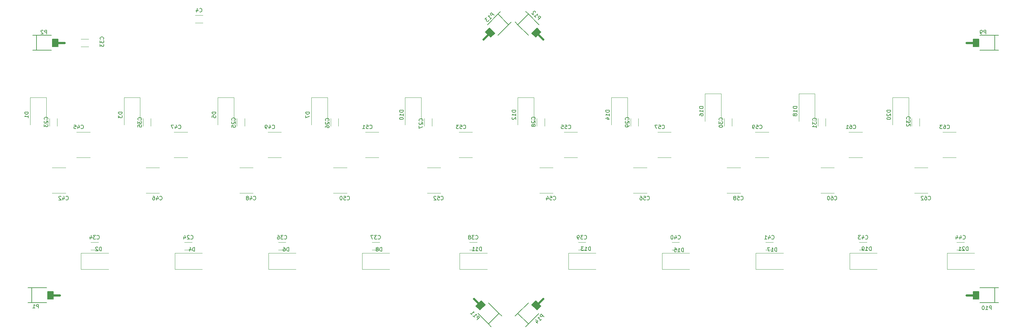
<source format=gbo>
G04 #@! TF.FileFunction,Legend,Bot*
%FSLAX46Y46*%
G04 Gerber Fmt 4.6, Leading zero omitted, Abs format (unit mm)*
G04 Created by KiCad (PCBNEW 4.0.6) date 08/11/17 10:43:16*
%MOMM*%
%LPD*%
G01*
G04 APERTURE LIST*
%ADD10C,0.100000*%
%ADD11C,0.120000*%
%ADD12C,0.300000*%
%ADD13C,0.600000*%
%ADD14C,0.200000*%
%ADD15C,0.150000*%
G04 APERTURE END LIST*
D10*
D11*
X24850000Y-65400000D02*
X29150000Y-65400000D01*
X29150000Y-65400000D02*
X29150000Y-72700000D01*
X24850000Y-65400000D02*
X24850000Y-72700000D01*
X38400000Y-111150000D02*
X38400000Y-106850000D01*
X38400000Y-106850000D02*
X45700000Y-106850000D01*
X38400000Y-111150000D02*
X45700000Y-111150000D01*
X49850000Y-65400000D02*
X54150000Y-65400000D01*
X54150000Y-65400000D02*
X54150000Y-72700000D01*
X49850000Y-65400000D02*
X49850000Y-72700000D01*
X63400000Y-111150000D02*
X63400000Y-106850000D01*
X63400000Y-106850000D02*
X70700000Y-106850000D01*
X63400000Y-111150000D02*
X70700000Y-111150000D01*
X74850000Y-65400000D02*
X79150000Y-65400000D01*
X79150000Y-65400000D02*
X79150000Y-72700000D01*
X74850000Y-65400000D02*
X74850000Y-72700000D01*
X88400000Y-111150000D02*
X88400000Y-106850000D01*
X88400000Y-106850000D02*
X95700000Y-106850000D01*
X88400000Y-111150000D02*
X95700000Y-111150000D01*
X99850000Y-65400000D02*
X104150000Y-65400000D01*
X104150000Y-65400000D02*
X104150000Y-72700000D01*
X99850000Y-65400000D02*
X99850000Y-72700000D01*
X113400000Y-111150000D02*
X113400000Y-106850000D01*
X113400000Y-106850000D02*
X120700000Y-106850000D01*
X113400000Y-111150000D02*
X120700000Y-111150000D01*
X124850000Y-65400000D02*
X129150000Y-65400000D01*
X129150000Y-65400000D02*
X129150000Y-72700000D01*
X124850000Y-65400000D02*
X124850000Y-72700000D01*
X139400000Y-111150000D02*
X139400000Y-106850000D01*
X139400000Y-106850000D02*
X146700000Y-106850000D01*
X139400000Y-111150000D02*
X146700000Y-111150000D01*
X154850000Y-65400000D02*
X159150000Y-65400000D01*
X159150000Y-65400000D02*
X159150000Y-72700000D01*
X154850000Y-65400000D02*
X154850000Y-72700000D01*
X168400000Y-111150000D02*
X168400000Y-106850000D01*
X168400000Y-106850000D02*
X175700000Y-106850000D01*
X168400000Y-111150000D02*
X175700000Y-111150000D01*
X179850000Y-65400000D02*
X184150000Y-65400000D01*
X184150000Y-65400000D02*
X184150000Y-72700000D01*
X179850000Y-65400000D02*
X179850000Y-72700000D01*
X193400000Y-111150000D02*
X193400000Y-106850000D01*
X193400000Y-106850000D02*
X200700000Y-106850000D01*
X193400000Y-111150000D02*
X200700000Y-111150000D01*
X204850000Y-64400000D02*
X209150000Y-64400000D01*
X209150000Y-64400000D02*
X209150000Y-71700000D01*
X204850000Y-64400000D02*
X204850000Y-71700000D01*
X218400000Y-111150000D02*
X218400000Y-106850000D01*
X218400000Y-106850000D02*
X225700000Y-106850000D01*
X218400000Y-111150000D02*
X225700000Y-111150000D01*
X229850000Y-64400000D02*
X234150000Y-64400000D01*
X234150000Y-64400000D02*
X234150000Y-71700000D01*
X229850000Y-64400000D02*
X229850000Y-71700000D01*
X243400000Y-111150000D02*
X243400000Y-106850000D01*
X243400000Y-106850000D02*
X250700000Y-106850000D01*
X243400000Y-111150000D02*
X250700000Y-111150000D01*
X254850000Y-65400000D02*
X259150000Y-65400000D01*
X259150000Y-65400000D02*
X259150000Y-72700000D01*
X254850000Y-65400000D02*
X254850000Y-72700000D01*
X269400000Y-111150000D02*
X269400000Y-106850000D01*
X269400000Y-106850000D02*
X276700000Y-106850000D01*
X269400000Y-111150000D02*
X276700000Y-111150000D01*
D12*
X30780000Y-117210000D02*
X30780000Y-118910000D01*
X30780000Y-118910000D02*
X29680000Y-118910000D01*
X29680000Y-118910000D02*
X29680000Y-117310000D01*
X29680000Y-117310000D02*
X30580000Y-117310000D01*
X30580000Y-117310000D02*
X30580000Y-118710000D01*
X30580000Y-118710000D02*
X29880000Y-118710000D01*
X29880000Y-118710000D02*
X29880000Y-117510000D01*
X29880000Y-117510000D02*
X30380000Y-117510000D01*
X30380000Y-117510000D02*
X30380000Y-118510000D01*
X30380000Y-118510000D02*
X30080000Y-118510000D01*
X30080000Y-118510000D02*
X30080000Y-117810000D01*
X30080000Y-117810000D02*
X30280000Y-117810000D01*
X30730000Y-118110000D02*
X29730000Y-118110000D01*
D13*
X30980000Y-118110000D02*
X32730000Y-118110000D01*
D14*
X25230000Y-120110000D02*
X24230000Y-120110000D01*
X25230000Y-116110000D02*
X24230000Y-116110000D01*
X29230000Y-116110000D02*
X25230000Y-116110000D01*
X25230000Y-116110000D02*
X25230000Y-120110000D01*
X25230000Y-120110000D02*
X29230000Y-120110000D01*
X30980000Y-119110000D02*
X30980000Y-117110000D01*
X30980000Y-117110000D02*
X29480000Y-117110000D01*
X29480000Y-117110000D02*
X29480000Y-119110000D01*
X29480000Y-119110000D02*
X30980000Y-119110000D01*
D12*
X32050000Y-49900000D02*
X32050000Y-51600000D01*
X32050000Y-51600000D02*
X30950000Y-51600000D01*
X30950000Y-51600000D02*
X30950000Y-50000000D01*
X30950000Y-50000000D02*
X31850000Y-50000000D01*
X31850000Y-50000000D02*
X31850000Y-51400000D01*
X31850000Y-51400000D02*
X31150000Y-51400000D01*
X31150000Y-51400000D02*
X31150000Y-50200000D01*
X31150000Y-50200000D02*
X31650000Y-50200000D01*
X31650000Y-50200000D02*
X31650000Y-51200000D01*
X31650000Y-51200000D02*
X31350000Y-51200000D01*
X31350000Y-51200000D02*
X31350000Y-50500000D01*
X31350000Y-50500000D02*
X31550000Y-50500000D01*
X32000000Y-50800000D02*
X31000000Y-50800000D01*
D13*
X32250000Y-50800000D02*
X34000000Y-50800000D01*
D14*
X26500000Y-52800000D02*
X25500000Y-52800000D01*
X26500000Y-48800000D02*
X25500000Y-48800000D01*
X30500000Y-48800000D02*
X26500000Y-48800000D01*
X26500000Y-48800000D02*
X26500000Y-52800000D01*
X26500000Y-52800000D02*
X30500000Y-52800000D01*
X32250000Y-51800000D02*
X32250000Y-49800000D01*
X32250000Y-49800000D02*
X30750000Y-49800000D01*
X30750000Y-49800000D02*
X30750000Y-51800000D01*
X30750000Y-51800000D02*
X32250000Y-51800000D01*
D12*
X276560000Y-51700000D02*
X276560000Y-50000000D01*
X276560000Y-50000000D02*
X277660000Y-50000000D01*
X277660000Y-50000000D02*
X277660000Y-51600000D01*
X277660000Y-51600000D02*
X276760000Y-51600000D01*
X276760000Y-51600000D02*
X276760000Y-50200000D01*
X276760000Y-50200000D02*
X277460000Y-50200000D01*
X277460000Y-50200000D02*
X277460000Y-51400000D01*
X277460000Y-51400000D02*
X276960000Y-51400000D01*
X276960000Y-51400000D02*
X276960000Y-50400000D01*
X276960000Y-50400000D02*
X277260000Y-50400000D01*
X277260000Y-50400000D02*
X277260000Y-51100000D01*
X277260000Y-51100000D02*
X277060000Y-51100000D01*
X276610000Y-50800000D02*
X277610000Y-50800000D01*
D13*
X276360000Y-50800000D02*
X274610000Y-50800000D01*
D14*
X282110000Y-48800000D02*
X283110000Y-48800000D01*
X282110000Y-52800000D02*
X283110000Y-52800000D01*
X278110000Y-52800000D02*
X282110000Y-52800000D01*
X282110000Y-52800000D02*
X282110000Y-48800000D01*
X282110000Y-48800000D02*
X278110000Y-48800000D01*
X276360000Y-49800000D02*
X276360000Y-51800000D01*
X276360000Y-51800000D02*
X277860000Y-51800000D01*
X277860000Y-51800000D02*
X277860000Y-49800000D01*
X277860000Y-49800000D02*
X276360000Y-49800000D01*
D12*
X276560000Y-119010000D02*
X276560000Y-117310000D01*
X276560000Y-117310000D02*
X277660000Y-117310000D01*
X277660000Y-117310000D02*
X277660000Y-118910000D01*
X277660000Y-118910000D02*
X276760000Y-118910000D01*
X276760000Y-118910000D02*
X276760000Y-117510000D01*
X276760000Y-117510000D02*
X277460000Y-117510000D01*
X277460000Y-117510000D02*
X277460000Y-118710000D01*
X277460000Y-118710000D02*
X276960000Y-118710000D01*
X276960000Y-118710000D02*
X276960000Y-117710000D01*
X276960000Y-117710000D02*
X277260000Y-117710000D01*
X277260000Y-117710000D02*
X277260000Y-118410000D01*
X277260000Y-118410000D02*
X277060000Y-118410000D01*
X276610000Y-118110000D02*
X277610000Y-118110000D01*
D13*
X276360000Y-118110000D02*
X274610000Y-118110000D01*
D14*
X282110000Y-116110000D02*
X283110000Y-116110000D01*
X282110000Y-120110000D02*
X283110000Y-120110000D01*
X278110000Y-120110000D02*
X282110000Y-120110000D01*
X282110000Y-120110000D02*
X282110000Y-116110000D01*
X282110000Y-116110000D02*
X278110000Y-116110000D01*
X276360000Y-117110000D02*
X276360000Y-119110000D01*
X276360000Y-119110000D02*
X277860000Y-119110000D01*
X277860000Y-119110000D02*
X277860000Y-117110000D01*
X277860000Y-117110000D02*
X276360000Y-117110000D01*
D12*
X143931472Y-121074264D02*
X145133553Y-119872183D01*
X145133553Y-119872183D02*
X145911371Y-120650000D01*
X145911371Y-120650000D02*
X144780000Y-121781371D01*
X144780000Y-121781371D02*
X144143604Y-121144975D01*
X144143604Y-121144975D02*
X145133553Y-120155025D01*
X145133553Y-120155025D02*
X145628528Y-120650000D01*
X145628528Y-120650000D02*
X144780000Y-121498528D01*
X144780000Y-121498528D02*
X144426447Y-121144975D01*
X144426447Y-121144975D02*
X145133553Y-120437868D01*
X145133553Y-120437868D02*
X145345685Y-120650000D01*
X145345685Y-120650000D02*
X144850711Y-121144975D01*
X144850711Y-121144975D02*
X144709289Y-121003553D01*
X144603223Y-120473223D02*
X145310330Y-121180330D01*
D13*
X144426447Y-120296447D02*
X143189010Y-119059010D01*
D14*
X149906524Y-122948097D02*
X150613631Y-123655204D01*
X147078097Y-125776524D02*
X147785204Y-126483631D01*
X144249670Y-122948097D02*
X147078097Y-125776524D01*
X147078097Y-125776524D02*
X149906524Y-122948097D01*
X149906524Y-122948097D02*
X147078097Y-120119670D01*
X145133553Y-119589340D02*
X143719340Y-121003553D01*
X143719340Y-121003553D02*
X144780000Y-122064214D01*
X144780000Y-122064214D02*
X146194214Y-120650000D01*
X146194214Y-120650000D02*
X145133553Y-119589340D01*
D12*
X160868528Y-47835736D02*
X159666447Y-49037817D01*
X159666447Y-49037817D02*
X158888629Y-48260000D01*
X158888629Y-48260000D02*
X160020000Y-47128629D01*
X160020000Y-47128629D02*
X160656396Y-47765025D01*
X160656396Y-47765025D02*
X159666447Y-48754975D01*
X159666447Y-48754975D02*
X159171472Y-48260000D01*
X159171472Y-48260000D02*
X160020000Y-47411472D01*
X160020000Y-47411472D02*
X160373553Y-47765025D01*
X160373553Y-47765025D02*
X159666447Y-48472132D01*
X159666447Y-48472132D02*
X159454315Y-48260000D01*
X159454315Y-48260000D02*
X159949289Y-47765025D01*
X159949289Y-47765025D02*
X160090711Y-47906447D01*
X160196777Y-48436777D02*
X159489670Y-47729670D01*
D13*
X160373553Y-48613553D02*
X161610990Y-49850990D01*
D14*
X154893476Y-45961903D02*
X154186369Y-45254796D01*
X157721903Y-43133476D02*
X157014796Y-42426369D01*
X160550330Y-45961903D02*
X157721903Y-43133476D01*
X157721903Y-43133476D02*
X154893476Y-45961903D01*
X154893476Y-45961903D02*
X157721903Y-48790330D01*
X159666447Y-49320660D02*
X161080660Y-47906447D01*
X161080660Y-47906447D02*
X160020000Y-46845786D01*
X160020000Y-46845786D02*
X158605786Y-48260000D01*
X158605786Y-48260000D02*
X159666447Y-49320660D01*
D12*
X147744264Y-49108528D02*
X146542183Y-47906447D01*
X146542183Y-47906447D02*
X147320000Y-47128629D01*
X147320000Y-47128629D02*
X148451371Y-48260000D01*
X148451371Y-48260000D02*
X147814975Y-48896396D01*
X147814975Y-48896396D02*
X146825025Y-47906447D01*
X146825025Y-47906447D02*
X147320000Y-47411472D01*
X147320000Y-47411472D02*
X148168528Y-48260000D01*
X148168528Y-48260000D02*
X147814975Y-48613553D01*
X147814975Y-48613553D02*
X147107868Y-47906447D01*
X147107868Y-47906447D02*
X147320000Y-47694315D01*
X147320000Y-47694315D02*
X147814975Y-48189289D01*
X147814975Y-48189289D02*
X147673553Y-48330711D01*
X147143223Y-48436777D02*
X147850330Y-47729670D01*
D13*
X146966447Y-48613553D02*
X145729010Y-49850990D01*
D14*
X149618097Y-43133476D02*
X150325204Y-42426369D01*
X152446524Y-45961903D02*
X153153631Y-45254796D01*
X149618097Y-48790330D02*
X152446524Y-45961903D01*
X152446524Y-45961903D02*
X149618097Y-43133476D01*
X149618097Y-43133476D02*
X146789670Y-45961903D01*
X146259340Y-47906447D02*
X147673553Y-49320660D01*
X147673553Y-49320660D02*
X148734214Y-48260000D01*
X148734214Y-48260000D02*
X147320000Y-46845786D01*
X147320000Y-46845786D02*
X146259340Y-47906447D01*
D12*
X159595736Y-119801472D02*
X160797817Y-121003553D01*
X160797817Y-121003553D02*
X160020000Y-121781371D01*
X160020000Y-121781371D02*
X158888629Y-120650000D01*
X158888629Y-120650000D02*
X159525025Y-120013604D01*
X159525025Y-120013604D02*
X160514975Y-121003553D01*
X160514975Y-121003553D02*
X160020000Y-121498528D01*
X160020000Y-121498528D02*
X159171472Y-120650000D01*
X159171472Y-120650000D02*
X159525025Y-120296447D01*
X159525025Y-120296447D02*
X160232132Y-121003553D01*
X160232132Y-121003553D02*
X160020000Y-121215685D01*
X160020000Y-121215685D02*
X159525025Y-120720711D01*
X159525025Y-120720711D02*
X159666447Y-120579289D01*
X160196777Y-120473223D02*
X159489670Y-121180330D01*
D13*
X160373553Y-120296447D02*
X161610990Y-119059010D01*
D14*
X157721903Y-125776524D02*
X157014796Y-126483631D01*
X154893476Y-122948097D02*
X154186369Y-123655204D01*
X157721903Y-120119670D02*
X154893476Y-122948097D01*
X154893476Y-122948097D02*
X157721903Y-125776524D01*
X157721903Y-125776524D02*
X160550330Y-122948097D01*
X161080660Y-121003553D02*
X159666447Y-119589340D01*
X159666447Y-119589340D02*
X158605786Y-120650000D01*
X158605786Y-120650000D02*
X160020000Y-122064214D01*
X160020000Y-122064214D02*
X161080660Y-121003553D01*
D11*
X32025000Y-71000000D02*
X32025000Y-73000000D01*
X29975000Y-73000000D02*
X29975000Y-71000000D01*
X66000000Y-103975000D02*
X68000000Y-103975000D01*
X68000000Y-106025000D02*
X66000000Y-106025000D01*
X82025000Y-71000000D02*
X82025000Y-73000000D01*
X79975000Y-73000000D02*
X79975000Y-71000000D01*
X107025000Y-71000000D02*
X107025000Y-73000000D01*
X104975000Y-73000000D02*
X104975000Y-71000000D01*
X132025000Y-71000000D02*
X132025000Y-73000000D01*
X129975000Y-73000000D02*
X129975000Y-71000000D01*
X162025000Y-71000000D02*
X162025000Y-73000000D01*
X159975000Y-73000000D02*
X159975000Y-71000000D01*
X187025000Y-71000000D02*
X187025000Y-73000000D01*
X184975000Y-73000000D02*
X184975000Y-71000000D01*
X212025000Y-71000000D02*
X212025000Y-73000000D01*
X209975000Y-73000000D02*
X209975000Y-71000000D01*
X237025000Y-71000000D02*
X237025000Y-73000000D01*
X234975000Y-73000000D02*
X234975000Y-71000000D01*
X262025000Y-71000000D02*
X262025000Y-73000000D01*
X259975000Y-73000000D02*
X259975000Y-71000000D01*
X38370000Y-49775000D02*
X40370000Y-49775000D01*
X40370000Y-51825000D02*
X38370000Y-51825000D01*
X41000000Y-103975000D02*
X43000000Y-103975000D01*
X43000000Y-106025000D02*
X41000000Y-106025000D01*
X57025000Y-71000000D02*
X57025000Y-73000000D01*
X54975000Y-73000000D02*
X54975000Y-71000000D01*
X91000000Y-103975000D02*
X93000000Y-103975000D01*
X93000000Y-106025000D02*
X91000000Y-106025000D01*
X116000000Y-103975000D02*
X118000000Y-103975000D01*
X118000000Y-106025000D02*
X116000000Y-106025000D01*
X142000000Y-103975000D02*
X144000000Y-103975000D01*
X144000000Y-106025000D02*
X142000000Y-106025000D01*
X171000000Y-103975000D02*
X173000000Y-103975000D01*
X173000000Y-106025000D02*
X171000000Y-106025000D01*
X196000000Y-103975000D02*
X198000000Y-103975000D01*
X198000000Y-106025000D02*
X196000000Y-106025000D01*
X221000000Y-103975000D02*
X223000000Y-103975000D01*
X223000000Y-106025000D02*
X221000000Y-106025000D01*
X246000000Y-103975000D02*
X248000000Y-103975000D01*
X248000000Y-106025000D02*
X246000000Y-106025000D01*
X272000000Y-103975000D02*
X274000000Y-103975000D01*
X274000000Y-106025000D02*
X272000000Y-106025000D01*
X68850000Y-43425000D02*
X70850000Y-43425000D01*
X70850000Y-45475000D02*
X68850000Y-45475000D01*
X34300000Y-90900000D02*
X30700000Y-90900000D01*
X30700000Y-84100000D02*
X34300000Y-84100000D01*
X37200000Y-74600000D02*
X40800000Y-74600000D01*
X40800000Y-81400000D02*
X37200000Y-81400000D01*
X59300000Y-90900000D02*
X55700000Y-90900000D01*
X55700000Y-84100000D02*
X59300000Y-84100000D01*
X63200000Y-74600000D02*
X66800000Y-74600000D01*
X66800000Y-81400000D02*
X63200000Y-81400000D01*
X84300000Y-90900000D02*
X80700000Y-90900000D01*
X80700000Y-84100000D02*
X84300000Y-84100000D01*
X88200000Y-74600000D02*
X91800000Y-74600000D01*
X91800000Y-81400000D02*
X88200000Y-81400000D01*
X109300000Y-90900000D02*
X105700000Y-90900000D01*
X105700000Y-84100000D02*
X109300000Y-84100000D01*
X114200000Y-74600000D02*
X117800000Y-74600000D01*
X117800000Y-81400000D02*
X114200000Y-81400000D01*
X134300000Y-90900000D02*
X130700000Y-90900000D01*
X130700000Y-84100000D02*
X134300000Y-84100000D01*
X139200000Y-74600000D02*
X142800000Y-74600000D01*
X142800000Y-81400000D02*
X139200000Y-81400000D01*
X164300000Y-90900000D02*
X160700000Y-90900000D01*
X160700000Y-84100000D02*
X164300000Y-84100000D01*
X167200000Y-74600000D02*
X170800000Y-74600000D01*
X170800000Y-81400000D02*
X167200000Y-81400000D01*
X189300000Y-90900000D02*
X185700000Y-90900000D01*
X185700000Y-84100000D02*
X189300000Y-84100000D01*
X192200000Y-74600000D02*
X195800000Y-74600000D01*
X195800000Y-81400000D02*
X192200000Y-81400000D01*
X214300000Y-90900000D02*
X210700000Y-90900000D01*
X210700000Y-84100000D02*
X214300000Y-84100000D01*
X218200000Y-74600000D02*
X221800000Y-74600000D01*
X221800000Y-81400000D02*
X218200000Y-81400000D01*
X239300000Y-90900000D02*
X235700000Y-90900000D01*
X235700000Y-84100000D02*
X239300000Y-84100000D01*
X243200000Y-74600000D02*
X246800000Y-74600000D01*
X246800000Y-81400000D02*
X243200000Y-81400000D01*
X264300000Y-90900000D02*
X260700000Y-90900000D01*
X260700000Y-84100000D02*
X264300000Y-84100000D01*
X268200000Y-74600000D02*
X271800000Y-74600000D01*
X271800000Y-81400000D02*
X268200000Y-81400000D01*
D15*
X24352381Y-69261905D02*
X23352381Y-69261905D01*
X23352381Y-69500000D01*
X23400000Y-69642858D01*
X23495238Y-69738096D01*
X23590476Y-69785715D01*
X23780952Y-69833334D01*
X23923810Y-69833334D01*
X24114286Y-69785715D01*
X24209524Y-69738096D01*
X24304762Y-69642858D01*
X24352381Y-69500000D01*
X24352381Y-69261905D01*
X24352381Y-70785715D02*
X24352381Y-70214286D01*
X24352381Y-70500000D02*
X23352381Y-70500000D01*
X23495238Y-70404762D01*
X23590476Y-70309524D01*
X23638095Y-70214286D01*
X43818095Y-106242381D02*
X43818095Y-105242381D01*
X43580000Y-105242381D01*
X43437142Y-105290000D01*
X43341904Y-105385238D01*
X43294285Y-105480476D01*
X43246666Y-105670952D01*
X43246666Y-105813810D01*
X43294285Y-106004286D01*
X43341904Y-106099524D01*
X43437142Y-106194762D01*
X43580000Y-106242381D01*
X43818095Y-106242381D01*
X42865714Y-105337619D02*
X42818095Y-105290000D01*
X42722857Y-105242381D01*
X42484761Y-105242381D01*
X42389523Y-105290000D01*
X42341904Y-105337619D01*
X42294285Y-105432857D01*
X42294285Y-105528095D01*
X42341904Y-105670952D01*
X42913333Y-106242381D01*
X42294285Y-106242381D01*
X49352381Y-69261905D02*
X48352381Y-69261905D01*
X48352381Y-69500000D01*
X48400000Y-69642858D01*
X48495238Y-69738096D01*
X48590476Y-69785715D01*
X48780952Y-69833334D01*
X48923810Y-69833334D01*
X49114286Y-69785715D01*
X49209524Y-69738096D01*
X49304762Y-69642858D01*
X49352381Y-69500000D01*
X49352381Y-69261905D01*
X48352381Y-70166667D02*
X48352381Y-70785715D01*
X48733333Y-70452381D01*
X48733333Y-70595239D01*
X48780952Y-70690477D01*
X48828571Y-70738096D01*
X48923810Y-70785715D01*
X49161905Y-70785715D01*
X49257143Y-70738096D01*
X49304762Y-70690477D01*
X49352381Y-70595239D01*
X49352381Y-70309524D01*
X49304762Y-70214286D01*
X49257143Y-70166667D01*
X68718095Y-106342381D02*
X68718095Y-105342381D01*
X68480000Y-105342381D01*
X68337142Y-105390000D01*
X68241904Y-105485238D01*
X68194285Y-105580476D01*
X68146666Y-105770952D01*
X68146666Y-105913810D01*
X68194285Y-106104286D01*
X68241904Y-106199524D01*
X68337142Y-106294762D01*
X68480000Y-106342381D01*
X68718095Y-106342381D01*
X67289523Y-105675714D02*
X67289523Y-106342381D01*
X67527619Y-105294762D02*
X67765714Y-106009048D01*
X67146666Y-106009048D01*
X74352381Y-69261905D02*
X73352381Y-69261905D01*
X73352381Y-69500000D01*
X73400000Y-69642858D01*
X73495238Y-69738096D01*
X73590476Y-69785715D01*
X73780952Y-69833334D01*
X73923810Y-69833334D01*
X74114286Y-69785715D01*
X74209524Y-69738096D01*
X74304762Y-69642858D01*
X74352381Y-69500000D01*
X74352381Y-69261905D01*
X73352381Y-70738096D02*
X73352381Y-70261905D01*
X73828571Y-70214286D01*
X73780952Y-70261905D01*
X73733333Y-70357143D01*
X73733333Y-70595239D01*
X73780952Y-70690477D01*
X73828571Y-70738096D01*
X73923810Y-70785715D01*
X74161905Y-70785715D01*
X74257143Y-70738096D01*
X74304762Y-70690477D01*
X74352381Y-70595239D01*
X74352381Y-70357143D01*
X74304762Y-70261905D01*
X74257143Y-70214286D01*
X93818095Y-106342381D02*
X93818095Y-105342381D01*
X93580000Y-105342381D01*
X93437142Y-105390000D01*
X93341904Y-105485238D01*
X93294285Y-105580476D01*
X93246666Y-105770952D01*
X93246666Y-105913810D01*
X93294285Y-106104286D01*
X93341904Y-106199524D01*
X93437142Y-106294762D01*
X93580000Y-106342381D01*
X93818095Y-106342381D01*
X92389523Y-105342381D02*
X92580000Y-105342381D01*
X92675238Y-105390000D01*
X92722857Y-105437619D01*
X92818095Y-105580476D01*
X92865714Y-105770952D01*
X92865714Y-106151905D01*
X92818095Y-106247143D01*
X92770476Y-106294762D01*
X92675238Y-106342381D01*
X92484761Y-106342381D01*
X92389523Y-106294762D01*
X92341904Y-106247143D01*
X92294285Y-106151905D01*
X92294285Y-105913810D01*
X92341904Y-105818571D01*
X92389523Y-105770952D01*
X92484761Y-105723333D01*
X92675238Y-105723333D01*
X92770476Y-105770952D01*
X92818095Y-105818571D01*
X92865714Y-105913810D01*
X99352381Y-69261905D02*
X98352381Y-69261905D01*
X98352381Y-69500000D01*
X98400000Y-69642858D01*
X98495238Y-69738096D01*
X98590476Y-69785715D01*
X98780952Y-69833334D01*
X98923810Y-69833334D01*
X99114286Y-69785715D01*
X99209524Y-69738096D01*
X99304762Y-69642858D01*
X99352381Y-69500000D01*
X99352381Y-69261905D01*
X98352381Y-70166667D02*
X98352381Y-70833334D01*
X99352381Y-70404762D01*
X118618095Y-106342381D02*
X118618095Y-105342381D01*
X118380000Y-105342381D01*
X118237142Y-105390000D01*
X118141904Y-105485238D01*
X118094285Y-105580476D01*
X118046666Y-105770952D01*
X118046666Y-105913810D01*
X118094285Y-106104286D01*
X118141904Y-106199524D01*
X118237142Y-106294762D01*
X118380000Y-106342381D01*
X118618095Y-106342381D01*
X117475238Y-105770952D02*
X117570476Y-105723333D01*
X117618095Y-105675714D01*
X117665714Y-105580476D01*
X117665714Y-105532857D01*
X117618095Y-105437619D01*
X117570476Y-105390000D01*
X117475238Y-105342381D01*
X117284761Y-105342381D01*
X117189523Y-105390000D01*
X117141904Y-105437619D01*
X117094285Y-105532857D01*
X117094285Y-105580476D01*
X117141904Y-105675714D01*
X117189523Y-105723333D01*
X117284761Y-105770952D01*
X117475238Y-105770952D01*
X117570476Y-105818571D01*
X117618095Y-105866190D01*
X117665714Y-105961429D01*
X117665714Y-106151905D01*
X117618095Y-106247143D01*
X117570476Y-106294762D01*
X117475238Y-106342381D01*
X117284761Y-106342381D01*
X117189523Y-106294762D01*
X117141904Y-106247143D01*
X117094285Y-106151905D01*
X117094285Y-105961429D01*
X117141904Y-105866190D01*
X117189523Y-105818571D01*
X117284761Y-105770952D01*
X124352381Y-68785714D02*
X123352381Y-68785714D01*
X123352381Y-69023809D01*
X123400000Y-69166667D01*
X123495238Y-69261905D01*
X123590476Y-69309524D01*
X123780952Y-69357143D01*
X123923810Y-69357143D01*
X124114286Y-69309524D01*
X124209524Y-69261905D01*
X124304762Y-69166667D01*
X124352381Y-69023809D01*
X124352381Y-68785714D01*
X124352381Y-70309524D02*
X124352381Y-69738095D01*
X124352381Y-70023809D02*
X123352381Y-70023809D01*
X123495238Y-69928571D01*
X123590476Y-69833333D01*
X123638095Y-69738095D01*
X123352381Y-70928571D02*
X123352381Y-71023810D01*
X123400000Y-71119048D01*
X123447619Y-71166667D01*
X123542857Y-71214286D01*
X123733333Y-71261905D01*
X123971429Y-71261905D01*
X124161905Y-71214286D01*
X124257143Y-71166667D01*
X124304762Y-71119048D01*
X124352381Y-71023810D01*
X124352381Y-70928571D01*
X124304762Y-70833333D01*
X124257143Y-70785714D01*
X124161905Y-70738095D01*
X123971429Y-70690476D01*
X123733333Y-70690476D01*
X123542857Y-70738095D01*
X123447619Y-70785714D01*
X123400000Y-70833333D01*
X123352381Y-70928571D01*
X145224286Y-106242381D02*
X145224286Y-105242381D01*
X144986191Y-105242381D01*
X144843333Y-105290000D01*
X144748095Y-105385238D01*
X144700476Y-105480476D01*
X144652857Y-105670952D01*
X144652857Y-105813810D01*
X144700476Y-106004286D01*
X144748095Y-106099524D01*
X144843333Y-106194762D01*
X144986191Y-106242381D01*
X145224286Y-106242381D01*
X143700476Y-106242381D02*
X144271905Y-106242381D01*
X143986191Y-106242381D02*
X143986191Y-105242381D01*
X144081429Y-105385238D01*
X144176667Y-105480476D01*
X144271905Y-105528095D01*
X142748095Y-106242381D02*
X143319524Y-106242381D01*
X143033810Y-106242381D02*
X143033810Y-105242381D01*
X143129048Y-105385238D01*
X143224286Y-105480476D01*
X143319524Y-105528095D01*
X154352381Y-68785714D02*
X153352381Y-68785714D01*
X153352381Y-69023809D01*
X153400000Y-69166667D01*
X153495238Y-69261905D01*
X153590476Y-69309524D01*
X153780952Y-69357143D01*
X153923810Y-69357143D01*
X154114286Y-69309524D01*
X154209524Y-69261905D01*
X154304762Y-69166667D01*
X154352381Y-69023809D01*
X154352381Y-68785714D01*
X154352381Y-70309524D02*
X154352381Y-69738095D01*
X154352381Y-70023809D02*
X153352381Y-70023809D01*
X153495238Y-69928571D01*
X153590476Y-69833333D01*
X153638095Y-69738095D01*
X153447619Y-70690476D02*
X153400000Y-70738095D01*
X153352381Y-70833333D01*
X153352381Y-71071429D01*
X153400000Y-71166667D01*
X153447619Y-71214286D01*
X153542857Y-71261905D01*
X153638095Y-71261905D01*
X153780952Y-71214286D01*
X154352381Y-70642857D01*
X154352381Y-71261905D01*
X174294286Y-106202381D02*
X174294286Y-105202381D01*
X174056191Y-105202381D01*
X173913333Y-105250000D01*
X173818095Y-105345238D01*
X173770476Y-105440476D01*
X173722857Y-105630952D01*
X173722857Y-105773810D01*
X173770476Y-105964286D01*
X173818095Y-106059524D01*
X173913333Y-106154762D01*
X174056191Y-106202381D01*
X174294286Y-106202381D01*
X172770476Y-106202381D02*
X173341905Y-106202381D01*
X173056191Y-106202381D02*
X173056191Y-105202381D01*
X173151429Y-105345238D01*
X173246667Y-105440476D01*
X173341905Y-105488095D01*
X172437143Y-105202381D02*
X171818095Y-105202381D01*
X172151429Y-105583333D01*
X172008571Y-105583333D01*
X171913333Y-105630952D01*
X171865714Y-105678571D01*
X171818095Y-105773810D01*
X171818095Y-106011905D01*
X171865714Y-106107143D01*
X171913333Y-106154762D01*
X172008571Y-106202381D01*
X172294286Y-106202381D01*
X172389524Y-106154762D01*
X172437143Y-106107143D01*
X179352381Y-68785714D02*
X178352381Y-68785714D01*
X178352381Y-69023809D01*
X178400000Y-69166667D01*
X178495238Y-69261905D01*
X178590476Y-69309524D01*
X178780952Y-69357143D01*
X178923810Y-69357143D01*
X179114286Y-69309524D01*
X179209524Y-69261905D01*
X179304762Y-69166667D01*
X179352381Y-69023809D01*
X179352381Y-68785714D01*
X179352381Y-70309524D02*
X179352381Y-69738095D01*
X179352381Y-70023809D02*
X178352381Y-70023809D01*
X178495238Y-69928571D01*
X178590476Y-69833333D01*
X178638095Y-69738095D01*
X178685714Y-71166667D02*
X179352381Y-71166667D01*
X178304762Y-70928571D02*
X179019048Y-70690476D01*
X179019048Y-71309524D01*
X199094286Y-106502381D02*
X199094286Y-105502381D01*
X198856191Y-105502381D01*
X198713333Y-105550000D01*
X198618095Y-105645238D01*
X198570476Y-105740476D01*
X198522857Y-105930952D01*
X198522857Y-106073810D01*
X198570476Y-106264286D01*
X198618095Y-106359524D01*
X198713333Y-106454762D01*
X198856191Y-106502381D01*
X199094286Y-106502381D01*
X197570476Y-106502381D02*
X198141905Y-106502381D01*
X197856191Y-106502381D02*
X197856191Y-105502381D01*
X197951429Y-105645238D01*
X198046667Y-105740476D01*
X198141905Y-105788095D01*
X196665714Y-105502381D02*
X197141905Y-105502381D01*
X197189524Y-105978571D01*
X197141905Y-105930952D01*
X197046667Y-105883333D01*
X196808571Y-105883333D01*
X196713333Y-105930952D01*
X196665714Y-105978571D01*
X196618095Y-106073810D01*
X196618095Y-106311905D01*
X196665714Y-106407143D01*
X196713333Y-106454762D01*
X196808571Y-106502381D01*
X197046667Y-106502381D01*
X197141905Y-106454762D01*
X197189524Y-106407143D01*
X204352381Y-67785714D02*
X203352381Y-67785714D01*
X203352381Y-68023809D01*
X203400000Y-68166667D01*
X203495238Y-68261905D01*
X203590476Y-68309524D01*
X203780952Y-68357143D01*
X203923810Y-68357143D01*
X204114286Y-68309524D01*
X204209524Y-68261905D01*
X204304762Y-68166667D01*
X204352381Y-68023809D01*
X204352381Y-67785714D01*
X204352381Y-69309524D02*
X204352381Y-68738095D01*
X204352381Y-69023809D02*
X203352381Y-69023809D01*
X203495238Y-68928571D01*
X203590476Y-68833333D01*
X203638095Y-68738095D01*
X203352381Y-70166667D02*
X203352381Y-69976190D01*
X203400000Y-69880952D01*
X203447619Y-69833333D01*
X203590476Y-69738095D01*
X203780952Y-69690476D01*
X204161905Y-69690476D01*
X204257143Y-69738095D01*
X204304762Y-69785714D01*
X204352381Y-69880952D01*
X204352381Y-70071429D01*
X204304762Y-70166667D01*
X204257143Y-70214286D01*
X204161905Y-70261905D01*
X203923810Y-70261905D01*
X203828571Y-70214286D01*
X203780952Y-70166667D01*
X203733333Y-70071429D01*
X203733333Y-69880952D01*
X203780952Y-69785714D01*
X203828571Y-69738095D01*
X203923810Y-69690476D01*
X223994286Y-106402381D02*
X223994286Y-105402381D01*
X223756191Y-105402381D01*
X223613333Y-105450000D01*
X223518095Y-105545238D01*
X223470476Y-105640476D01*
X223422857Y-105830952D01*
X223422857Y-105973810D01*
X223470476Y-106164286D01*
X223518095Y-106259524D01*
X223613333Y-106354762D01*
X223756191Y-106402381D01*
X223994286Y-106402381D01*
X222470476Y-106402381D02*
X223041905Y-106402381D01*
X222756191Y-106402381D02*
X222756191Y-105402381D01*
X222851429Y-105545238D01*
X222946667Y-105640476D01*
X223041905Y-105688095D01*
X222137143Y-105402381D02*
X221470476Y-105402381D01*
X221899048Y-106402381D01*
X229352381Y-67785714D02*
X228352381Y-67785714D01*
X228352381Y-68023809D01*
X228400000Y-68166667D01*
X228495238Y-68261905D01*
X228590476Y-68309524D01*
X228780952Y-68357143D01*
X228923810Y-68357143D01*
X229114286Y-68309524D01*
X229209524Y-68261905D01*
X229304762Y-68166667D01*
X229352381Y-68023809D01*
X229352381Y-67785714D01*
X229352381Y-69309524D02*
X229352381Y-68738095D01*
X229352381Y-69023809D02*
X228352381Y-69023809D01*
X228495238Y-68928571D01*
X228590476Y-68833333D01*
X228638095Y-68738095D01*
X228780952Y-69880952D02*
X228733333Y-69785714D01*
X228685714Y-69738095D01*
X228590476Y-69690476D01*
X228542857Y-69690476D01*
X228447619Y-69738095D01*
X228400000Y-69785714D01*
X228352381Y-69880952D01*
X228352381Y-70071429D01*
X228400000Y-70166667D01*
X228447619Y-70214286D01*
X228542857Y-70261905D01*
X228590476Y-70261905D01*
X228685714Y-70214286D01*
X228733333Y-70166667D01*
X228780952Y-70071429D01*
X228780952Y-69880952D01*
X228828571Y-69785714D01*
X228876190Y-69738095D01*
X228971429Y-69690476D01*
X229161905Y-69690476D01*
X229257143Y-69738095D01*
X229304762Y-69785714D01*
X229352381Y-69880952D01*
X229352381Y-70071429D01*
X229304762Y-70166667D01*
X229257143Y-70214286D01*
X229161905Y-70261905D01*
X228971429Y-70261905D01*
X228876190Y-70214286D01*
X228828571Y-70166667D01*
X228780952Y-70071429D01*
X249194286Y-106202381D02*
X249194286Y-105202381D01*
X248956191Y-105202381D01*
X248813333Y-105250000D01*
X248718095Y-105345238D01*
X248670476Y-105440476D01*
X248622857Y-105630952D01*
X248622857Y-105773810D01*
X248670476Y-105964286D01*
X248718095Y-106059524D01*
X248813333Y-106154762D01*
X248956191Y-106202381D01*
X249194286Y-106202381D01*
X247670476Y-106202381D02*
X248241905Y-106202381D01*
X247956191Y-106202381D02*
X247956191Y-105202381D01*
X248051429Y-105345238D01*
X248146667Y-105440476D01*
X248241905Y-105488095D01*
X247194286Y-106202381D02*
X247003810Y-106202381D01*
X246908571Y-106154762D01*
X246860952Y-106107143D01*
X246765714Y-105964286D01*
X246718095Y-105773810D01*
X246718095Y-105392857D01*
X246765714Y-105297619D01*
X246813333Y-105250000D01*
X246908571Y-105202381D01*
X247099048Y-105202381D01*
X247194286Y-105250000D01*
X247241905Y-105297619D01*
X247289524Y-105392857D01*
X247289524Y-105630952D01*
X247241905Y-105726190D01*
X247194286Y-105773810D01*
X247099048Y-105821429D01*
X246908571Y-105821429D01*
X246813333Y-105773810D01*
X246765714Y-105726190D01*
X246718095Y-105630952D01*
X254352381Y-68785714D02*
X253352381Y-68785714D01*
X253352381Y-69023809D01*
X253400000Y-69166667D01*
X253495238Y-69261905D01*
X253590476Y-69309524D01*
X253780952Y-69357143D01*
X253923810Y-69357143D01*
X254114286Y-69309524D01*
X254209524Y-69261905D01*
X254304762Y-69166667D01*
X254352381Y-69023809D01*
X254352381Y-68785714D01*
X253447619Y-69738095D02*
X253400000Y-69785714D01*
X253352381Y-69880952D01*
X253352381Y-70119048D01*
X253400000Y-70214286D01*
X253447619Y-70261905D01*
X253542857Y-70309524D01*
X253638095Y-70309524D01*
X253780952Y-70261905D01*
X254352381Y-69690476D01*
X254352381Y-70309524D01*
X253352381Y-70928571D02*
X253352381Y-71023810D01*
X253400000Y-71119048D01*
X253447619Y-71166667D01*
X253542857Y-71214286D01*
X253733333Y-71261905D01*
X253971429Y-71261905D01*
X254161905Y-71214286D01*
X254257143Y-71166667D01*
X254304762Y-71119048D01*
X254352381Y-71023810D01*
X254352381Y-70928571D01*
X254304762Y-70833333D01*
X254257143Y-70785714D01*
X254161905Y-70738095D01*
X253971429Y-70690476D01*
X253733333Y-70690476D01*
X253542857Y-70738095D01*
X253447619Y-70785714D01*
X253400000Y-70833333D01*
X253352381Y-70928571D01*
X274994286Y-106202381D02*
X274994286Y-105202381D01*
X274756191Y-105202381D01*
X274613333Y-105250000D01*
X274518095Y-105345238D01*
X274470476Y-105440476D01*
X274422857Y-105630952D01*
X274422857Y-105773810D01*
X274470476Y-105964286D01*
X274518095Y-106059524D01*
X274613333Y-106154762D01*
X274756191Y-106202381D01*
X274994286Y-106202381D01*
X274041905Y-105297619D02*
X273994286Y-105250000D01*
X273899048Y-105202381D01*
X273660952Y-105202381D01*
X273565714Y-105250000D01*
X273518095Y-105297619D01*
X273470476Y-105392857D01*
X273470476Y-105488095D01*
X273518095Y-105630952D01*
X274089524Y-106202381D01*
X273470476Y-106202381D01*
X272518095Y-106202381D02*
X273089524Y-106202381D01*
X272803810Y-106202381D02*
X272803810Y-105202381D01*
X272899048Y-105345238D01*
X272994286Y-105440476D01*
X273089524Y-105488095D01*
X27038095Y-121552381D02*
X27038095Y-120552381D01*
X26657142Y-120552381D01*
X26561904Y-120600000D01*
X26514285Y-120647619D01*
X26466666Y-120742857D01*
X26466666Y-120885714D01*
X26514285Y-120980952D01*
X26561904Y-121028571D01*
X26657142Y-121076190D01*
X27038095Y-121076190D01*
X25514285Y-121552381D02*
X26085714Y-121552381D01*
X25800000Y-121552381D02*
X25800000Y-120552381D01*
X25895238Y-120695238D01*
X25990476Y-120790476D01*
X26085714Y-120838095D01*
X29238095Y-48452381D02*
X29238095Y-47452381D01*
X28857142Y-47452381D01*
X28761904Y-47500000D01*
X28714285Y-47547619D01*
X28666666Y-47642857D01*
X28666666Y-47785714D01*
X28714285Y-47880952D01*
X28761904Y-47928571D01*
X28857142Y-47976190D01*
X29238095Y-47976190D01*
X28285714Y-47547619D02*
X28238095Y-47500000D01*
X28142857Y-47452381D01*
X27904761Y-47452381D01*
X27809523Y-47500000D01*
X27761904Y-47547619D01*
X27714285Y-47642857D01*
X27714285Y-47738095D01*
X27761904Y-47880952D01*
X28333333Y-48452381D01*
X27714285Y-48452381D01*
X279738095Y-48452381D02*
X279738095Y-47452381D01*
X279357142Y-47452381D01*
X279261904Y-47500000D01*
X279214285Y-47547619D01*
X279166666Y-47642857D01*
X279166666Y-47785714D01*
X279214285Y-47880952D01*
X279261904Y-47928571D01*
X279357142Y-47976190D01*
X279738095Y-47976190D01*
X278690476Y-48452381D02*
X278500000Y-48452381D01*
X278404761Y-48404762D01*
X278357142Y-48357143D01*
X278261904Y-48214286D01*
X278214285Y-48023810D01*
X278214285Y-47642857D01*
X278261904Y-47547619D01*
X278309523Y-47500000D01*
X278404761Y-47452381D01*
X278595238Y-47452381D01*
X278690476Y-47500000D01*
X278738095Y-47547619D01*
X278785714Y-47642857D01*
X278785714Y-47880952D01*
X278738095Y-47976190D01*
X278690476Y-48023810D01*
X278595238Y-48071429D01*
X278404761Y-48071429D01*
X278309523Y-48023810D01*
X278261904Y-47976190D01*
X278214285Y-47880952D01*
X281214286Y-121952381D02*
X281214286Y-120952381D01*
X280833333Y-120952381D01*
X280738095Y-121000000D01*
X280690476Y-121047619D01*
X280642857Y-121142857D01*
X280642857Y-121285714D01*
X280690476Y-121380952D01*
X280738095Y-121428571D01*
X280833333Y-121476190D01*
X281214286Y-121476190D01*
X279690476Y-121952381D02*
X280261905Y-121952381D01*
X279976191Y-121952381D02*
X279976191Y-120952381D01*
X280071429Y-121095238D01*
X280166667Y-121190476D01*
X280261905Y-121238095D01*
X279071429Y-120952381D02*
X278976190Y-120952381D01*
X278880952Y-121000000D01*
X278833333Y-121047619D01*
X278785714Y-121142857D01*
X278738095Y-121333333D01*
X278738095Y-121571429D01*
X278785714Y-121761905D01*
X278833333Y-121857143D01*
X278880952Y-121904762D01*
X278976190Y-121952381D01*
X279071429Y-121952381D01*
X279166667Y-121904762D01*
X279214286Y-121857143D01*
X279261905Y-121761905D01*
X279309524Y-121571429D01*
X279309524Y-121333333D01*
X279261905Y-121142857D01*
X279214286Y-121047619D01*
X279166667Y-121000000D01*
X279071429Y-120952381D01*
X144038748Y-124678512D02*
X144745855Y-123971405D01*
X144476481Y-123702030D01*
X144375465Y-123668359D01*
X144308122Y-123668359D01*
X144207107Y-123702030D01*
X144106092Y-123803045D01*
X144072420Y-123904061D01*
X144072420Y-123971404D01*
X144106092Y-124072419D01*
X144375466Y-124341794D01*
X142961252Y-123601015D02*
X143365313Y-124005076D01*
X143163283Y-123803046D02*
X143870390Y-123095939D01*
X143836718Y-123264298D01*
X143836718Y-123398985D01*
X143870390Y-123500000D01*
X142287817Y-122927580D02*
X142691878Y-123331641D01*
X142489848Y-123129611D02*
X143196955Y-122422504D01*
X143163283Y-122590863D01*
X143163283Y-122725550D01*
X143196955Y-122826565D01*
X160338748Y-44678512D02*
X161045855Y-43971405D01*
X160776481Y-43702030D01*
X160675465Y-43668359D01*
X160608122Y-43668359D01*
X160507107Y-43702030D01*
X160406092Y-43803045D01*
X160372420Y-43904061D01*
X160372420Y-43971404D01*
X160406092Y-44072419D01*
X160675466Y-44341794D01*
X159261252Y-43601015D02*
X159665313Y-44005076D01*
X159463283Y-43803046D02*
X160170390Y-43095939D01*
X160136718Y-43264298D01*
X160136718Y-43398985D01*
X160170390Y-43500000D01*
X159631641Y-42691878D02*
X159631641Y-42624535D01*
X159597970Y-42523519D01*
X159429610Y-42355160D01*
X159328595Y-42321488D01*
X159261252Y-42321488D01*
X159160237Y-42355160D01*
X159092893Y-42422504D01*
X159025550Y-42557190D01*
X159025550Y-43365313D01*
X158587817Y-42927580D01*
X148578512Y-43461253D02*
X147871405Y-42754146D01*
X147602030Y-43023520D01*
X147568359Y-43124536D01*
X147568359Y-43191879D01*
X147602030Y-43292894D01*
X147703045Y-43393909D01*
X147804061Y-43427581D01*
X147871404Y-43427581D01*
X147972419Y-43393909D01*
X148241794Y-43124535D01*
X147501015Y-44538749D02*
X147905076Y-44134688D01*
X147703046Y-44336718D02*
X146995939Y-43629611D01*
X147164298Y-43663283D01*
X147298985Y-43663283D01*
X147400000Y-43629611D01*
X146558206Y-44067344D02*
X146120473Y-44505077D01*
X146625550Y-44538748D01*
X146524534Y-44639764D01*
X146490862Y-44740779D01*
X146490862Y-44808123D01*
X146524535Y-44909139D01*
X146692893Y-45077497D01*
X146793908Y-45111169D01*
X146861252Y-45111169D01*
X146962267Y-45077497D01*
X147164298Y-44875466D01*
X147197970Y-44774451D01*
X147197970Y-44707108D01*
X161878512Y-123861252D02*
X161171405Y-123154145D01*
X160902030Y-123423519D01*
X160868359Y-123524535D01*
X160868359Y-123591878D01*
X160902030Y-123692893D01*
X161003045Y-123793908D01*
X161104061Y-123827580D01*
X161171404Y-123827580D01*
X161272419Y-123793908D01*
X161541794Y-123524534D01*
X160801015Y-124938748D02*
X161205076Y-124534687D01*
X161003046Y-124736717D02*
X160295939Y-124029610D01*
X160464298Y-124063282D01*
X160598985Y-124063282D01*
X160700000Y-124029610D01*
X159723519Y-125073435D02*
X160194924Y-125544840D01*
X159622504Y-124635702D02*
X160295939Y-124972420D01*
X159858206Y-125410153D01*
X29467143Y-71257143D02*
X29514762Y-71209524D01*
X29562381Y-71066667D01*
X29562381Y-70971429D01*
X29514762Y-70828571D01*
X29419524Y-70733333D01*
X29324286Y-70685714D01*
X29133810Y-70638095D01*
X28990952Y-70638095D01*
X28800476Y-70685714D01*
X28705238Y-70733333D01*
X28610000Y-70828571D01*
X28562381Y-70971429D01*
X28562381Y-71066667D01*
X28610000Y-71209524D01*
X28657619Y-71257143D01*
X28657619Y-71638095D02*
X28610000Y-71685714D01*
X28562381Y-71780952D01*
X28562381Y-72019048D01*
X28610000Y-72114286D01*
X28657619Y-72161905D01*
X28752857Y-72209524D01*
X28848095Y-72209524D01*
X28990952Y-72161905D01*
X29562381Y-71590476D01*
X29562381Y-72209524D01*
X28562381Y-72542857D02*
X28562381Y-73161905D01*
X28943333Y-72828571D01*
X28943333Y-72971429D01*
X28990952Y-73066667D01*
X29038571Y-73114286D01*
X29133810Y-73161905D01*
X29371905Y-73161905D01*
X29467143Y-73114286D01*
X29514762Y-73066667D01*
X29562381Y-72971429D01*
X29562381Y-72685714D01*
X29514762Y-72590476D01*
X29467143Y-72542857D01*
X67642857Y-103057143D02*
X67690476Y-103104762D01*
X67833333Y-103152381D01*
X67928571Y-103152381D01*
X68071429Y-103104762D01*
X68166667Y-103009524D01*
X68214286Y-102914286D01*
X68261905Y-102723810D01*
X68261905Y-102580952D01*
X68214286Y-102390476D01*
X68166667Y-102295238D01*
X68071429Y-102200000D01*
X67928571Y-102152381D01*
X67833333Y-102152381D01*
X67690476Y-102200000D01*
X67642857Y-102247619D01*
X67261905Y-102247619D02*
X67214286Y-102200000D01*
X67119048Y-102152381D01*
X66880952Y-102152381D01*
X66785714Y-102200000D01*
X66738095Y-102247619D01*
X66690476Y-102342857D01*
X66690476Y-102438095D01*
X66738095Y-102580952D01*
X67309524Y-103152381D01*
X66690476Y-103152381D01*
X65833333Y-102485714D02*
X65833333Y-103152381D01*
X66071429Y-102104762D02*
X66309524Y-102819048D01*
X65690476Y-102819048D01*
X79467143Y-71457143D02*
X79514762Y-71409524D01*
X79562381Y-71266667D01*
X79562381Y-71171429D01*
X79514762Y-71028571D01*
X79419524Y-70933333D01*
X79324286Y-70885714D01*
X79133810Y-70838095D01*
X78990952Y-70838095D01*
X78800476Y-70885714D01*
X78705238Y-70933333D01*
X78610000Y-71028571D01*
X78562381Y-71171429D01*
X78562381Y-71266667D01*
X78610000Y-71409524D01*
X78657619Y-71457143D01*
X78657619Y-71838095D02*
X78610000Y-71885714D01*
X78562381Y-71980952D01*
X78562381Y-72219048D01*
X78610000Y-72314286D01*
X78657619Y-72361905D01*
X78752857Y-72409524D01*
X78848095Y-72409524D01*
X78990952Y-72361905D01*
X79562381Y-71790476D01*
X79562381Y-72409524D01*
X78562381Y-73314286D02*
X78562381Y-72838095D01*
X79038571Y-72790476D01*
X78990952Y-72838095D01*
X78943333Y-72933333D01*
X78943333Y-73171429D01*
X78990952Y-73266667D01*
X79038571Y-73314286D01*
X79133810Y-73361905D01*
X79371905Y-73361905D01*
X79467143Y-73314286D01*
X79514762Y-73266667D01*
X79562381Y-73171429D01*
X79562381Y-72933333D01*
X79514762Y-72838095D01*
X79467143Y-72790476D01*
X104467143Y-71557143D02*
X104514762Y-71509524D01*
X104562381Y-71366667D01*
X104562381Y-71271429D01*
X104514762Y-71128571D01*
X104419524Y-71033333D01*
X104324286Y-70985714D01*
X104133810Y-70938095D01*
X103990952Y-70938095D01*
X103800476Y-70985714D01*
X103705238Y-71033333D01*
X103610000Y-71128571D01*
X103562381Y-71271429D01*
X103562381Y-71366667D01*
X103610000Y-71509524D01*
X103657619Y-71557143D01*
X103657619Y-71938095D02*
X103610000Y-71985714D01*
X103562381Y-72080952D01*
X103562381Y-72319048D01*
X103610000Y-72414286D01*
X103657619Y-72461905D01*
X103752857Y-72509524D01*
X103848095Y-72509524D01*
X103990952Y-72461905D01*
X104562381Y-71890476D01*
X104562381Y-72509524D01*
X103562381Y-73366667D02*
X103562381Y-73176190D01*
X103610000Y-73080952D01*
X103657619Y-73033333D01*
X103800476Y-72938095D01*
X103990952Y-72890476D01*
X104371905Y-72890476D01*
X104467143Y-72938095D01*
X104514762Y-72985714D01*
X104562381Y-73080952D01*
X104562381Y-73271429D01*
X104514762Y-73366667D01*
X104467143Y-73414286D01*
X104371905Y-73461905D01*
X104133810Y-73461905D01*
X104038571Y-73414286D01*
X103990952Y-73366667D01*
X103943333Y-73271429D01*
X103943333Y-73080952D01*
X103990952Y-72985714D01*
X104038571Y-72938095D01*
X104133810Y-72890476D01*
X129467143Y-71657143D02*
X129514762Y-71609524D01*
X129562381Y-71466667D01*
X129562381Y-71371429D01*
X129514762Y-71228571D01*
X129419524Y-71133333D01*
X129324286Y-71085714D01*
X129133810Y-71038095D01*
X128990952Y-71038095D01*
X128800476Y-71085714D01*
X128705238Y-71133333D01*
X128610000Y-71228571D01*
X128562381Y-71371429D01*
X128562381Y-71466667D01*
X128610000Y-71609524D01*
X128657619Y-71657143D01*
X128657619Y-72038095D02*
X128610000Y-72085714D01*
X128562381Y-72180952D01*
X128562381Y-72419048D01*
X128610000Y-72514286D01*
X128657619Y-72561905D01*
X128752857Y-72609524D01*
X128848095Y-72609524D01*
X128990952Y-72561905D01*
X129562381Y-71990476D01*
X129562381Y-72609524D01*
X128562381Y-72942857D02*
X128562381Y-73609524D01*
X129562381Y-73180952D01*
X159467143Y-71217143D02*
X159514762Y-71169524D01*
X159562381Y-71026667D01*
X159562381Y-70931429D01*
X159514762Y-70788571D01*
X159419524Y-70693333D01*
X159324286Y-70645714D01*
X159133810Y-70598095D01*
X158990952Y-70598095D01*
X158800476Y-70645714D01*
X158705238Y-70693333D01*
X158610000Y-70788571D01*
X158562381Y-70931429D01*
X158562381Y-71026667D01*
X158610000Y-71169524D01*
X158657619Y-71217143D01*
X158657619Y-71598095D02*
X158610000Y-71645714D01*
X158562381Y-71740952D01*
X158562381Y-71979048D01*
X158610000Y-72074286D01*
X158657619Y-72121905D01*
X158752857Y-72169524D01*
X158848095Y-72169524D01*
X158990952Y-72121905D01*
X159562381Y-71550476D01*
X159562381Y-72169524D01*
X158990952Y-72740952D02*
X158943333Y-72645714D01*
X158895714Y-72598095D01*
X158800476Y-72550476D01*
X158752857Y-72550476D01*
X158657619Y-72598095D01*
X158610000Y-72645714D01*
X158562381Y-72740952D01*
X158562381Y-72931429D01*
X158610000Y-73026667D01*
X158657619Y-73074286D01*
X158752857Y-73121905D01*
X158800476Y-73121905D01*
X158895714Y-73074286D01*
X158943333Y-73026667D01*
X158990952Y-72931429D01*
X158990952Y-72740952D01*
X159038571Y-72645714D01*
X159086190Y-72598095D01*
X159181429Y-72550476D01*
X159371905Y-72550476D01*
X159467143Y-72598095D01*
X159514762Y-72645714D01*
X159562381Y-72740952D01*
X159562381Y-72931429D01*
X159514762Y-73026667D01*
X159467143Y-73074286D01*
X159371905Y-73121905D01*
X159181429Y-73121905D01*
X159086190Y-73074286D01*
X159038571Y-73026667D01*
X158990952Y-72931429D01*
X184467143Y-71317143D02*
X184514762Y-71269524D01*
X184562381Y-71126667D01*
X184562381Y-71031429D01*
X184514762Y-70888571D01*
X184419524Y-70793333D01*
X184324286Y-70745714D01*
X184133810Y-70698095D01*
X183990952Y-70698095D01*
X183800476Y-70745714D01*
X183705238Y-70793333D01*
X183610000Y-70888571D01*
X183562381Y-71031429D01*
X183562381Y-71126667D01*
X183610000Y-71269524D01*
X183657619Y-71317143D01*
X183657619Y-71698095D02*
X183610000Y-71745714D01*
X183562381Y-71840952D01*
X183562381Y-72079048D01*
X183610000Y-72174286D01*
X183657619Y-72221905D01*
X183752857Y-72269524D01*
X183848095Y-72269524D01*
X183990952Y-72221905D01*
X184562381Y-71650476D01*
X184562381Y-72269524D01*
X184562381Y-72745714D02*
X184562381Y-72936190D01*
X184514762Y-73031429D01*
X184467143Y-73079048D01*
X184324286Y-73174286D01*
X184133810Y-73221905D01*
X183752857Y-73221905D01*
X183657619Y-73174286D01*
X183610000Y-73126667D01*
X183562381Y-73031429D01*
X183562381Y-72840952D01*
X183610000Y-72745714D01*
X183657619Y-72698095D01*
X183752857Y-72650476D01*
X183990952Y-72650476D01*
X184086190Y-72698095D01*
X184133810Y-72745714D01*
X184181429Y-72840952D01*
X184181429Y-73031429D01*
X184133810Y-73126667D01*
X184086190Y-73174286D01*
X183990952Y-73221905D01*
X209467143Y-71417143D02*
X209514762Y-71369524D01*
X209562381Y-71226667D01*
X209562381Y-71131429D01*
X209514762Y-70988571D01*
X209419524Y-70893333D01*
X209324286Y-70845714D01*
X209133810Y-70798095D01*
X208990952Y-70798095D01*
X208800476Y-70845714D01*
X208705238Y-70893333D01*
X208610000Y-70988571D01*
X208562381Y-71131429D01*
X208562381Y-71226667D01*
X208610000Y-71369524D01*
X208657619Y-71417143D01*
X208562381Y-71750476D02*
X208562381Y-72369524D01*
X208943333Y-72036190D01*
X208943333Y-72179048D01*
X208990952Y-72274286D01*
X209038571Y-72321905D01*
X209133810Y-72369524D01*
X209371905Y-72369524D01*
X209467143Y-72321905D01*
X209514762Y-72274286D01*
X209562381Y-72179048D01*
X209562381Y-71893333D01*
X209514762Y-71798095D01*
X209467143Y-71750476D01*
X208562381Y-72988571D02*
X208562381Y-73083810D01*
X208610000Y-73179048D01*
X208657619Y-73226667D01*
X208752857Y-73274286D01*
X208943333Y-73321905D01*
X209181429Y-73321905D01*
X209371905Y-73274286D01*
X209467143Y-73226667D01*
X209514762Y-73179048D01*
X209562381Y-73083810D01*
X209562381Y-72988571D01*
X209514762Y-72893333D01*
X209467143Y-72845714D01*
X209371905Y-72798095D01*
X209181429Y-72750476D01*
X208943333Y-72750476D01*
X208752857Y-72798095D01*
X208657619Y-72845714D01*
X208610000Y-72893333D01*
X208562381Y-72988571D01*
X234467143Y-71517143D02*
X234514762Y-71469524D01*
X234562381Y-71326667D01*
X234562381Y-71231429D01*
X234514762Y-71088571D01*
X234419524Y-70993333D01*
X234324286Y-70945714D01*
X234133810Y-70898095D01*
X233990952Y-70898095D01*
X233800476Y-70945714D01*
X233705238Y-70993333D01*
X233610000Y-71088571D01*
X233562381Y-71231429D01*
X233562381Y-71326667D01*
X233610000Y-71469524D01*
X233657619Y-71517143D01*
X233562381Y-71850476D02*
X233562381Y-72469524D01*
X233943333Y-72136190D01*
X233943333Y-72279048D01*
X233990952Y-72374286D01*
X234038571Y-72421905D01*
X234133810Y-72469524D01*
X234371905Y-72469524D01*
X234467143Y-72421905D01*
X234514762Y-72374286D01*
X234562381Y-72279048D01*
X234562381Y-71993333D01*
X234514762Y-71898095D01*
X234467143Y-71850476D01*
X234562381Y-73421905D02*
X234562381Y-72850476D01*
X234562381Y-73136190D02*
X233562381Y-73136190D01*
X233705238Y-73040952D01*
X233800476Y-72945714D01*
X233848095Y-72850476D01*
X259467143Y-71117143D02*
X259514762Y-71069524D01*
X259562381Y-70926667D01*
X259562381Y-70831429D01*
X259514762Y-70688571D01*
X259419524Y-70593333D01*
X259324286Y-70545714D01*
X259133810Y-70498095D01*
X258990952Y-70498095D01*
X258800476Y-70545714D01*
X258705238Y-70593333D01*
X258610000Y-70688571D01*
X258562381Y-70831429D01*
X258562381Y-70926667D01*
X258610000Y-71069524D01*
X258657619Y-71117143D01*
X258562381Y-71450476D02*
X258562381Y-72069524D01*
X258943333Y-71736190D01*
X258943333Y-71879048D01*
X258990952Y-71974286D01*
X259038571Y-72021905D01*
X259133810Y-72069524D01*
X259371905Y-72069524D01*
X259467143Y-72021905D01*
X259514762Y-71974286D01*
X259562381Y-71879048D01*
X259562381Y-71593333D01*
X259514762Y-71498095D01*
X259467143Y-71450476D01*
X258657619Y-72450476D02*
X258610000Y-72498095D01*
X258562381Y-72593333D01*
X258562381Y-72831429D01*
X258610000Y-72926667D01*
X258657619Y-72974286D01*
X258752857Y-73021905D01*
X258848095Y-73021905D01*
X258990952Y-72974286D01*
X259562381Y-72402857D01*
X259562381Y-73021905D01*
X44357143Y-49857143D02*
X44404762Y-49809524D01*
X44452381Y-49666667D01*
X44452381Y-49571429D01*
X44404762Y-49428571D01*
X44309524Y-49333333D01*
X44214286Y-49285714D01*
X44023810Y-49238095D01*
X43880952Y-49238095D01*
X43690476Y-49285714D01*
X43595238Y-49333333D01*
X43500000Y-49428571D01*
X43452381Y-49571429D01*
X43452381Y-49666667D01*
X43500000Y-49809524D01*
X43547619Y-49857143D01*
X43452381Y-50190476D02*
X43452381Y-50809524D01*
X43833333Y-50476190D01*
X43833333Y-50619048D01*
X43880952Y-50714286D01*
X43928571Y-50761905D01*
X44023810Y-50809524D01*
X44261905Y-50809524D01*
X44357143Y-50761905D01*
X44404762Y-50714286D01*
X44452381Y-50619048D01*
X44452381Y-50333333D01*
X44404762Y-50238095D01*
X44357143Y-50190476D01*
X43452381Y-51142857D02*
X43452381Y-51761905D01*
X43833333Y-51428571D01*
X43833333Y-51571429D01*
X43880952Y-51666667D01*
X43928571Y-51714286D01*
X44023810Y-51761905D01*
X44261905Y-51761905D01*
X44357143Y-51714286D01*
X44404762Y-51666667D01*
X44452381Y-51571429D01*
X44452381Y-51285714D01*
X44404762Y-51190476D01*
X44357143Y-51142857D01*
X42642857Y-103057143D02*
X42690476Y-103104762D01*
X42833333Y-103152381D01*
X42928571Y-103152381D01*
X43071429Y-103104762D01*
X43166667Y-103009524D01*
X43214286Y-102914286D01*
X43261905Y-102723810D01*
X43261905Y-102580952D01*
X43214286Y-102390476D01*
X43166667Y-102295238D01*
X43071429Y-102200000D01*
X42928571Y-102152381D01*
X42833333Y-102152381D01*
X42690476Y-102200000D01*
X42642857Y-102247619D01*
X42309524Y-102152381D02*
X41690476Y-102152381D01*
X42023810Y-102533333D01*
X41880952Y-102533333D01*
X41785714Y-102580952D01*
X41738095Y-102628571D01*
X41690476Y-102723810D01*
X41690476Y-102961905D01*
X41738095Y-103057143D01*
X41785714Y-103104762D01*
X41880952Y-103152381D01*
X42166667Y-103152381D01*
X42261905Y-103104762D01*
X42309524Y-103057143D01*
X40833333Y-102485714D02*
X40833333Y-103152381D01*
X41071429Y-102104762D02*
X41309524Y-102819048D01*
X40690476Y-102819048D01*
X54467143Y-71357143D02*
X54514762Y-71309524D01*
X54562381Y-71166667D01*
X54562381Y-71071429D01*
X54514762Y-70928571D01*
X54419524Y-70833333D01*
X54324286Y-70785714D01*
X54133810Y-70738095D01*
X53990952Y-70738095D01*
X53800476Y-70785714D01*
X53705238Y-70833333D01*
X53610000Y-70928571D01*
X53562381Y-71071429D01*
X53562381Y-71166667D01*
X53610000Y-71309524D01*
X53657619Y-71357143D01*
X53562381Y-71690476D02*
X53562381Y-72309524D01*
X53943333Y-71976190D01*
X53943333Y-72119048D01*
X53990952Y-72214286D01*
X54038571Y-72261905D01*
X54133810Y-72309524D01*
X54371905Y-72309524D01*
X54467143Y-72261905D01*
X54514762Y-72214286D01*
X54562381Y-72119048D01*
X54562381Y-71833333D01*
X54514762Y-71738095D01*
X54467143Y-71690476D01*
X53562381Y-73214286D02*
X53562381Y-72738095D01*
X54038571Y-72690476D01*
X53990952Y-72738095D01*
X53943333Y-72833333D01*
X53943333Y-73071429D01*
X53990952Y-73166667D01*
X54038571Y-73214286D01*
X54133810Y-73261905D01*
X54371905Y-73261905D01*
X54467143Y-73214286D01*
X54514762Y-73166667D01*
X54562381Y-73071429D01*
X54562381Y-72833333D01*
X54514762Y-72738095D01*
X54467143Y-72690476D01*
X92642857Y-103057143D02*
X92690476Y-103104762D01*
X92833333Y-103152381D01*
X92928571Y-103152381D01*
X93071429Y-103104762D01*
X93166667Y-103009524D01*
X93214286Y-102914286D01*
X93261905Y-102723810D01*
X93261905Y-102580952D01*
X93214286Y-102390476D01*
X93166667Y-102295238D01*
X93071429Y-102200000D01*
X92928571Y-102152381D01*
X92833333Y-102152381D01*
X92690476Y-102200000D01*
X92642857Y-102247619D01*
X92309524Y-102152381D02*
X91690476Y-102152381D01*
X92023810Y-102533333D01*
X91880952Y-102533333D01*
X91785714Y-102580952D01*
X91738095Y-102628571D01*
X91690476Y-102723810D01*
X91690476Y-102961905D01*
X91738095Y-103057143D01*
X91785714Y-103104762D01*
X91880952Y-103152381D01*
X92166667Y-103152381D01*
X92261905Y-103104762D01*
X92309524Y-103057143D01*
X90833333Y-102152381D02*
X91023810Y-102152381D01*
X91119048Y-102200000D01*
X91166667Y-102247619D01*
X91261905Y-102390476D01*
X91309524Y-102580952D01*
X91309524Y-102961905D01*
X91261905Y-103057143D01*
X91214286Y-103104762D01*
X91119048Y-103152381D01*
X90928571Y-103152381D01*
X90833333Y-103104762D01*
X90785714Y-103057143D01*
X90738095Y-102961905D01*
X90738095Y-102723810D01*
X90785714Y-102628571D01*
X90833333Y-102580952D01*
X90928571Y-102533333D01*
X91119048Y-102533333D01*
X91214286Y-102580952D01*
X91261905Y-102628571D01*
X91309524Y-102723810D01*
X117642857Y-103057143D02*
X117690476Y-103104762D01*
X117833333Y-103152381D01*
X117928571Y-103152381D01*
X118071429Y-103104762D01*
X118166667Y-103009524D01*
X118214286Y-102914286D01*
X118261905Y-102723810D01*
X118261905Y-102580952D01*
X118214286Y-102390476D01*
X118166667Y-102295238D01*
X118071429Y-102200000D01*
X117928571Y-102152381D01*
X117833333Y-102152381D01*
X117690476Y-102200000D01*
X117642857Y-102247619D01*
X117309524Y-102152381D02*
X116690476Y-102152381D01*
X117023810Y-102533333D01*
X116880952Y-102533333D01*
X116785714Y-102580952D01*
X116738095Y-102628571D01*
X116690476Y-102723810D01*
X116690476Y-102961905D01*
X116738095Y-103057143D01*
X116785714Y-103104762D01*
X116880952Y-103152381D01*
X117166667Y-103152381D01*
X117261905Y-103104762D01*
X117309524Y-103057143D01*
X116357143Y-102152381D02*
X115690476Y-102152381D01*
X116119048Y-103152381D01*
X143642857Y-103057143D02*
X143690476Y-103104762D01*
X143833333Y-103152381D01*
X143928571Y-103152381D01*
X144071429Y-103104762D01*
X144166667Y-103009524D01*
X144214286Y-102914286D01*
X144261905Y-102723810D01*
X144261905Y-102580952D01*
X144214286Y-102390476D01*
X144166667Y-102295238D01*
X144071429Y-102200000D01*
X143928571Y-102152381D01*
X143833333Y-102152381D01*
X143690476Y-102200000D01*
X143642857Y-102247619D01*
X143309524Y-102152381D02*
X142690476Y-102152381D01*
X143023810Y-102533333D01*
X142880952Y-102533333D01*
X142785714Y-102580952D01*
X142738095Y-102628571D01*
X142690476Y-102723810D01*
X142690476Y-102961905D01*
X142738095Y-103057143D01*
X142785714Y-103104762D01*
X142880952Y-103152381D01*
X143166667Y-103152381D01*
X143261905Y-103104762D01*
X143309524Y-103057143D01*
X142119048Y-102580952D02*
X142214286Y-102533333D01*
X142261905Y-102485714D01*
X142309524Y-102390476D01*
X142309524Y-102342857D01*
X142261905Y-102247619D01*
X142214286Y-102200000D01*
X142119048Y-102152381D01*
X141928571Y-102152381D01*
X141833333Y-102200000D01*
X141785714Y-102247619D01*
X141738095Y-102342857D01*
X141738095Y-102390476D01*
X141785714Y-102485714D01*
X141833333Y-102533333D01*
X141928571Y-102580952D01*
X142119048Y-102580952D01*
X142214286Y-102628571D01*
X142261905Y-102676190D01*
X142309524Y-102771429D01*
X142309524Y-102961905D01*
X142261905Y-103057143D01*
X142214286Y-103104762D01*
X142119048Y-103152381D01*
X141928571Y-103152381D01*
X141833333Y-103104762D01*
X141785714Y-103057143D01*
X141738095Y-102961905D01*
X141738095Y-102771429D01*
X141785714Y-102676190D01*
X141833333Y-102628571D01*
X141928571Y-102580952D01*
X172642857Y-103057143D02*
X172690476Y-103104762D01*
X172833333Y-103152381D01*
X172928571Y-103152381D01*
X173071429Y-103104762D01*
X173166667Y-103009524D01*
X173214286Y-102914286D01*
X173261905Y-102723810D01*
X173261905Y-102580952D01*
X173214286Y-102390476D01*
X173166667Y-102295238D01*
X173071429Y-102200000D01*
X172928571Y-102152381D01*
X172833333Y-102152381D01*
X172690476Y-102200000D01*
X172642857Y-102247619D01*
X172309524Y-102152381D02*
X171690476Y-102152381D01*
X172023810Y-102533333D01*
X171880952Y-102533333D01*
X171785714Y-102580952D01*
X171738095Y-102628571D01*
X171690476Y-102723810D01*
X171690476Y-102961905D01*
X171738095Y-103057143D01*
X171785714Y-103104762D01*
X171880952Y-103152381D01*
X172166667Y-103152381D01*
X172261905Y-103104762D01*
X172309524Y-103057143D01*
X171214286Y-103152381D02*
X171023810Y-103152381D01*
X170928571Y-103104762D01*
X170880952Y-103057143D01*
X170785714Y-102914286D01*
X170738095Y-102723810D01*
X170738095Y-102342857D01*
X170785714Y-102247619D01*
X170833333Y-102200000D01*
X170928571Y-102152381D01*
X171119048Y-102152381D01*
X171214286Y-102200000D01*
X171261905Y-102247619D01*
X171309524Y-102342857D01*
X171309524Y-102580952D01*
X171261905Y-102676190D01*
X171214286Y-102723810D01*
X171119048Y-102771429D01*
X170928571Y-102771429D01*
X170833333Y-102723810D01*
X170785714Y-102676190D01*
X170738095Y-102580952D01*
X197642857Y-103057143D02*
X197690476Y-103104762D01*
X197833333Y-103152381D01*
X197928571Y-103152381D01*
X198071429Y-103104762D01*
X198166667Y-103009524D01*
X198214286Y-102914286D01*
X198261905Y-102723810D01*
X198261905Y-102580952D01*
X198214286Y-102390476D01*
X198166667Y-102295238D01*
X198071429Y-102200000D01*
X197928571Y-102152381D01*
X197833333Y-102152381D01*
X197690476Y-102200000D01*
X197642857Y-102247619D01*
X196785714Y-102485714D02*
X196785714Y-103152381D01*
X197023810Y-102104762D02*
X197261905Y-102819048D01*
X196642857Y-102819048D01*
X196071429Y-102152381D02*
X195976190Y-102152381D01*
X195880952Y-102200000D01*
X195833333Y-102247619D01*
X195785714Y-102342857D01*
X195738095Y-102533333D01*
X195738095Y-102771429D01*
X195785714Y-102961905D01*
X195833333Y-103057143D01*
X195880952Y-103104762D01*
X195976190Y-103152381D01*
X196071429Y-103152381D01*
X196166667Y-103104762D01*
X196214286Y-103057143D01*
X196261905Y-102961905D01*
X196309524Y-102771429D01*
X196309524Y-102533333D01*
X196261905Y-102342857D01*
X196214286Y-102247619D01*
X196166667Y-102200000D01*
X196071429Y-102152381D01*
X222642857Y-103057143D02*
X222690476Y-103104762D01*
X222833333Y-103152381D01*
X222928571Y-103152381D01*
X223071429Y-103104762D01*
X223166667Y-103009524D01*
X223214286Y-102914286D01*
X223261905Y-102723810D01*
X223261905Y-102580952D01*
X223214286Y-102390476D01*
X223166667Y-102295238D01*
X223071429Y-102200000D01*
X222928571Y-102152381D01*
X222833333Y-102152381D01*
X222690476Y-102200000D01*
X222642857Y-102247619D01*
X221785714Y-102485714D02*
X221785714Y-103152381D01*
X222023810Y-102104762D02*
X222261905Y-102819048D01*
X221642857Y-102819048D01*
X220738095Y-103152381D02*
X221309524Y-103152381D01*
X221023810Y-103152381D02*
X221023810Y-102152381D01*
X221119048Y-102295238D01*
X221214286Y-102390476D01*
X221309524Y-102438095D01*
X247642857Y-103057143D02*
X247690476Y-103104762D01*
X247833333Y-103152381D01*
X247928571Y-103152381D01*
X248071429Y-103104762D01*
X248166667Y-103009524D01*
X248214286Y-102914286D01*
X248261905Y-102723810D01*
X248261905Y-102580952D01*
X248214286Y-102390476D01*
X248166667Y-102295238D01*
X248071429Y-102200000D01*
X247928571Y-102152381D01*
X247833333Y-102152381D01*
X247690476Y-102200000D01*
X247642857Y-102247619D01*
X246785714Y-102485714D02*
X246785714Y-103152381D01*
X247023810Y-102104762D02*
X247261905Y-102819048D01*
X246642857Y-102819048D01*
X246357143Y-102152381D02*
X245738095Y-102152381D01*
X246071429Y-102533333D01*
X245928571Y-102533333D01*
X245833333Y-102580952D01*
X245785714Y-102628571D01*
X245738095Y-102723810D01*
X245738095Y-102961905D01*
X245785714Y-103057143D01*
X245833333Y-103104762D01*
X245928571Y-103152381D01*
X246214286Y-103152381D01*
X246309524Y-103104762D01*
X246357143Y-103057143D01*
X273642857Y-103057143D02*
X273690476Y-103104762D01*
X273833333Y-103152381D01*
X273928571Y-103152381D01*
X274071429Y-103104762D01*
X274166667Y-103009524D01*
X274214286Y-102914286D01*
X274261905Y-102723810D01*
X274261905Y-102580952D01*
X274214286Y-102390476D01*
X274166667Y-102295238D01*
X274071429Y-102200000D01*
X273928571Y-102152381D01*
X273833333Y-102152381D01*
X273690476Y-102200000D01*
X273642857Y-102247619D01*
X272785714Y-102485714D02*
X272785714Y-103152381D01*
X273023810Y-102104762D02*
X273261905Y-102819048D01*
X272642857Y-102819048D01*
X271833333Y-102485714D02*
X271833333Y-103152381D01*
X272071429Y-102104762D02*
X272309524Y-102819048D01*
X271690476Y-102819048D01*
X70016666Y-42507143D02*
X70064285Y-42554762D01*
X70207142Y-42602381D01*
X70302380Y-42602381D01*
X70445238Y-42554762D01*
X70540476Y-42459524D01*
X70588095Y-42364286D01*
X70635714Y-42173810D01*
X70635714Y-42030952D01*
X70588095Y-41840476D01*
X70540476Y-41745238D01*
X70445238Y-41650000D01*
X70302380Y-41602381D01*
X70207142Y-41602381D01*
X70064285Y-41650000D01*
X70016666Y-41697619D01*
X69159523Y-41935714D02*
X69159523Y-42602381D01*
X69397619Y-41554762D02*
X69635714Y-42269048D01*
X69016666Y-42269048D01*
X34382857Y-92597143D02*
X34430476Y-92644762D01*
X34573333Y-92692381D01*
X34668571Y-92692381D01*
X34811429Y-92644762D01*
X34906667Y-92549524D01*
X34954286Y-92454286D01*
X35001905Y-92263810D01*
X35001905Y-92120952D01*
X34954286Y-91930476D01*
X34906667Y-91835238D01*
X34811429Y-91740000D01*
X34668571Y-91692381D01*
X34573333Y-91692381D01*
X34430476Y-91740000D01*
X34382857Y-91787619D01*
X33525714Y-92025714D02*
X33525714Y-92692381D01*
X33763810Y-91644762D02*
X34001905Y-92359048D01*
X33382857Y-92359048D01*
X33049524Y-91787619D02*
X33001905Y-91740000D01*
X32906667Y-91692381D01*
X32668571Y-91692381D01*
X32573333Y-91740000D01*
X32525714Y-91787619D01*
X32478095Y-91882857D01*
X32478095Y-91978095D01*
X32525714Y-92120952D01*
X33097143Y-92692381D01*
X32478095Y-92692381D01*
X38402857Y-73617143D02*
X38450476Y-73664762D01*
X38593333Y-73712381D01*
X38688571Y-73712381D01*
X38831429Y-73664762D01*
X38926667Y-73569524D01*
X38974286Y-73474286D01*
X39021905Y-73283810D01*
X39021905Y-73140952D01*
X38974286Y-72950476D01*
X38926667Y-72855238D01*
X38831429Y-72760000D01*
X38688571Y-72712381D01*
X38593333Y-72712381D01*
X38450476Y-72760000D01*
X38402857Y-72807619D01*
X37545714Y-73045714D02*
X37545714Y-73712381D01*
X37783810Y-72664762D02*
X38021905Y-73379048D01*
X37402857Y-73379048D01*
X36545714Y-72712381D02*
X37021905Y-72712381D01*
X37069524Y-73188571D01*
X37021905Y-73140952D01*
X36926667Y-73093333D01*
X36688571Y-73093333D01*
X36593333Y-73140952D01*
X36545714Y-73188571D01*
X36498095Y-73283810D01*
X36498095Y-73521905D01*
X36545714Y-73617143D01*
X36593333Y-73664762D01*
X36688571Y-73712381D01*
X36926667Y-73712381D01*
X37021905Y-73664762D01*
X37069524Y-73617143D01*
X59382857Y-92597143D02*
X59430476Y-92644762D01*
X59573333Y-92692381D01*
X59668571Y-92692381D01*
X59811429Y-92644762D01*
X59906667Y-92549524D01*
X59954286Y-92454286D01*
X60001905Y-92263810D01*
X60001905Y-92120952D01*
X59954286Y-91930476D01*
X59906667Y-91835238D01*
X59811429Y-91740000D01*
X59668571Y-91692381D01*
X59573333Y-91692381D01*
X59430476Y-91740000D01*
X59382857Y-91787619D01*
X58525714Y-92025714D02*
X58525714Y-92692381D01*
X58763810Y-91644762D02*
X59001905Y-92359048D01*
X58382857Y-92359048D01*
X57573333Y-91692381D02*
X57763810Y-91692381D01*
X57859048Y-91740000D01*
X57906667Y-91787619D01*
X58001905Y-91930476D01*
X58049524Y-92120952D01*
X58049524Y-92501905D01*
X58001905Y-92597143D01*
X57954286Y-92644762D01*
X57859048Y-92692381D01*
X57668571Y-92692381D01*
X57573333Y-92644762D01*
X57525714Y-92597143D01*
X57478095Y-92501905D01*
X57478095Y-92263810D01*
X57525714Y-92168571D01*
X57573333Y-92120952D01*
X57668571Y-92073333D01*
X57859048Y-92073333D01*
X57954286Y-92120952D01*
X58001905Y-92168571D01*
X58049524Y-92263810D01*
X64402857Y-73617143D02*
X64450476Y-73664762D01*
X64593333Y-73712381D01*
X64688571Y-73712381D01*
X64831429Y-73664762D01*
X64926667Y-73569524D01*
X64974286Y-73474286D01*
X65021905Y-73283810D01*
X65021905Y-73140952D01*
X64974286Y-72950476D01*
X64926667Y-72855238D01*
X64831429Y-72760000D01*
X64688571Y-72712381D01*
X64593333Y-72712381D01*
X64450476Y-72760000D01*
X64402857Y-72807619D01*
X63545714Y-73045714D02*
X63545714Y-73712381D01*
X63783810Y-72664762D02*
X64021905Y-73379048D01*
X63402857Y-73379048D01*
X63117143Y-72712381D02*
X62450476Y-72712381D01*
X62879048Y-73712381D01*
X84382857Y-92597143D02*
X84430476Y-92644762D01*
X84573333Y-92692381D01*
X84668571Y-92692381D01*
X84811429Y-92644762D01*
X84906667Y-92549524D01*
X84954286Y-92454286D01*
X85001905Y-92263810D01*
X85001905Y-92120952D01*
X84954286Y-91930476D01*
X84906667Y-91835238D01*
X84811429Y-91740000D01*
X84668571Y-91692381D01*
X84573333Y-91692381D01*
X84430476Y-91740000D01*
X84382857Y-91787619D01*
X83525714Y-92025714D02*
X83525714Y-92692381D01*
X83763810Y-91644762D02*
X84001905Y-92359048D01*
X83382857Y-92359048D01*
X82859048Y-92120952D02*
X82954286Y-92073333D01*
X83001905Y-92025714D01*
X83049524Y-91930476D01*
X83049524Y-91882857D01*
X83001905Y-91787619D01*
X82954286Y-91740000D01*
X82859048Y-91692381D01*
X82668571Y-91692381D01*
X82573333Y-91740000D01*
X82525714Y-91787619D01*
X82478095Y-91882857D01*
X82478095Y-91930476D01*
X82525714Y-92025714D01*
X82573333Y-92073333D01*
X82668571Y-92120952D01*
X82859048Y-92120952D01*
X82954286Y-92168571D01*
X83001905Y-92216190D01*
X83049524Y-92311429D01*
X83049524Y-92501905D01*
X83001905Y-92597143D01*
X82954286Y-92644762D01*
X82859048Y-92692381D01*
X82668571Y-92692381D01*
X82573333Y-92644762D01*
X82525714Y-92597143D01*
X82478095Y-92501905D01*
X82478095Y-92311429D01*
X82525714Y-92216190D01*
X82573333Y-92168571D01*
X82668571Y-92120952D01*
X89402857Y-73617143D02*
X89450476Y-73664762D01*
X89593333Y-73712381D01*
X89688571Y-73712381D01*
X89831429Y-73664762D01*
X89926667Y-73569524D01*
X89974286Y-73474286D01*
X90021905Y-73283810D01*
X90021905Y-73140952D01*
X89974286Y-72950476D01*
X89926667Y-72855238D01*
X89831429Y-72760000D01*
X89688571Y-72712381D01*
X89593333Y-72712381D01*
X89450476Y-72760000D01*
X89402857Y-72807619D01*
X88545714Y-73045714D02*
X88545714Y-73712381D01*
X88783810Y-72664762D02*
X89021905Y-73379048D01*
X88402857Y-73379048D01*
X87974286Y-73712381D02*
X87783810Y-73712381D01*
X87688571Y-73664762D01*
X87640952Y-73617143D01*
X87545714Y-73474286D01*
X87498095Y-73283810D01*
X87498095Y-72902857D01*
X87545714Y-72807619D01*
X87593333Y-72760000D01*
X87688571Y-72712381D01*
X87879048Y-72712381D01*
X87974286Y-72760000D01*
X88021905Y-72807619D01*
X88069524Y-72902857D01*
X88069524Y-73140952D01*
X88021905Y-73236190D01*
X87974286Y-73283810D01*
X87879048Y-73331429D01*
X87688571Y-73331429D01*
X87593333Y-73283810D01*
X87545714Y-73236190D01*
X87498095Y-73140952D01*
X109382857Y-92597143D02*
X109430476Y-92644762D01*
X109573333Y-92692381D01*
X109668571Y-92692381D01*
X109811429Y-92644762D01*
X109906667Y-92549524D01*
X109954286Y-92454286D01*
X110001905Y-92263810D01*
X110001905Y-92120952D01*
X109954286Y-91930476D01*
X109906667Y-91835238D01*
X109811429Y-91740000D01*
X109668571Y-91692381D01*
X109573333Y-91692381D01*
X109430476Y-91740000D01*
X109382857Y-91787619D01*
X108478095Y-91692381D02*
X108954286Y-91692381D01*
X109001905Y-92168571D01*
X108954286Y-92120952D01*
X108859048Y-92073333D01*
X108620952Y-92073333D01*
X108525714Y-92120952D01*
X108478095Y-92168571D01*
X108430476Y-92263810D01*
X108430476Y-92501905D01*
X108478095Y-92597143D01*
X108525714Y-92644762D01*
X108620952Y-92692381D01*
X108859048Y-92692381D01*
X108954286Y-92644762D01*
X109001905Y-92597143D01*
X107811429Y-91692381D02*
X107716190Y-91692381D01*
X107620952Y-91740000D01*
X107573333Y-91787619D01*
X107525714Y-91882857D01*
X107478095Y-92073333D01*
X107478095Y-92311429D01*
X107525714Y-92501905D01*
X107573333Y-92597143D01*
X107620952Y-92644762D01*
X107716190Y-92692381D01*
X107811429Y-92692381D01*
X107906667Y-92644762D01*
X107954286Y-92597143D01*
X108001905Y-92501905D01*
X108049524Y-92311429D01*
X108049524Y-92073333D01*
X108001905Y-91882857D01*
X107954286Y-91787619D01*
X107906667Y-91740000D01*
X107811429Y-91692381D01*
X115402857Y-73617143D02*
X115450476Y-73664762D01*
X115593333Y-73712381D01*
X115688571Y-73712381D01*
X115831429Y-73664762D01*
X115926667Y-73569524D01*
X115974286Y-73474286D01*
X116021905Y-73283810D01*
X116021905Y-73140952D01*
X115974286Y-72950476D01*
X115926667Y-72855238D01*
X115831429Y-72760000D01*
X115688571Y-72712381D01*
X115593333Y-72712381D01*
X115450476Y-72760000D01*
X115402857Y-72807619D01*
X114498095Y-72712381D02*
X114974286Y-72712381D01*
X115021905Y-73188571D01*
X114974286Y-73140952D01*
X114879048Y-73093333D01*
X114640952Y-73093333D01*
X114545714Y-73140952D01*
X114498095Y-73188571D01*
X114450476Y-73283810D01*
X114450476Y-73521905D01*
X114498095Y-73617143D01*
X114545714Y-73664762D01*
X114640952Y-73712381D01*
X114879048Y-73712381D01*
X114974286Y-73664762D01*
X115021905Y-73617143D01*
X113498095Y-73712381D02*
X114069524Y-73712381D01*
X113783810Y-73712381D02*
X113783810Y-72712381D01*
X113879048Y-72855238D01*
X113974286Y-72950476D01*
X114069524Y-72998095D01*
X134382857Y-92597143D02*
X134430476Y-92644762D01*
X134573333Y-92692381D01*
X134668571Y-92692381D01*
X134811429Y-92644762D01*
X134906667Y-92549524D01*
X134954286Y-92454286D01*
X135001905Y-92263810D01*
X135001905Y-92120952D01*
X134954286Y-91930476D01*
X134906667Y-91835238D01*
X134811429Y-91740000D01*
X134668571Y-91692381D01*
X134573333Y-91692381D01*
X134430476Y-91740000D01*
X134382857Y-91787619D01*
X133478095Y-91692381D02*
X133954286Y-91692381D01*
X134001905Y-92168571D01*
X133954286Y-92120952D01*
X133859048Y-92073333D01*
X133620952Y-92073333D01*
X133525714Y-92120952D01*
X133478095Y-92168571D01*
X133430476Y-92263810D01*
X133430476Y-92501905D01*
X133478095Y-92597143D01*
X133525714Y-92644762D01*
X133620952Y-92692381D01*
X133859048Y-92692381D01*
X133954286Y-92644762D01*
X134001905Y-92597143D01*
X133049524Y-91787619D02*
X133001905Y-91740000D01*
X132906667Y-91692381D01*
X132668571Y-91692381D01*
X132573333Y-91740000D01*
X132525714Y-91787619D01*
X132478095Y-91882857D01*
X132478095Y-91978095D01*
X132525714Y-92120952D01*
X133097143Y-92692381D01*
X132478095Y-92692381D01*
X140402857Y-73617143D02*
X140450476Y-73664762D01*
X140593333Y-73712381D01*
X140688571Y-73712381D01*
X140831429Y-73664762D01*
X140926667Y-73569524D01*
X140974286Y-73474286D01*
X141021905Y-73283810D01*
X141021905Y-73140952D01*
X140974286Y-72950476D01*
X140926667Y-72855238D01*
X140831429Y-72760000D01*
X140688571Y-72712381D01*
X140593333Y-72712381D01*
X140450476Y-72760000D01*
X140402857Y-72807619D01*
X139498095Y-72712381D02*
X139974286Y-72712381D01*
X140021905Y-73188571D01*
X139974286Y-73140952D01*
X139879048Y-73093333D01*
X139640952Y-73093333D01*
X139545714Y-73140952D01*
X139498095Y-73188571D01*
X139450476Y-73283810D01*
X139450476Y-73521905D01*
X139498095Y-73617143D01*
X139545714Y-73664762D01*
X139640952Y-73712381D01*
X139879048Y-73712381D01*
X139974286Y-73664762D01*
X140021905Y-73617143D01*
X139117143Y-72712381D02*
X138498095Y-72712381D01*
X138831429Y-73093333D01*
X138688571Y-73093333D01*
X138593333Y-73140952D01*
X138545714Y-73188571D01*
X138498095Y-73283810D01*
X138498095Y-73521905D01*
X138545714Y-73617143D01*
X138593333Y-73664762D01*
X138688571Y-73712381D01*
X138974286Y-73712381D01*
X139069524Y-73664762D01*
X139117143Y-73617143D01*
X164382857Y-92597143D02*
X164430476Y-92644762D01*
X164573333Y-92692381D01*
X164668571Y-92692381D01*
X164811429Y-92644762D01*
X164906667Y-92549524D01*
X164954286Y-92454286D01*
X165001905Y-92263810D01*
X165001905Y-92120952D01*
X164954286Y-91930476D01*
X164906667Y-91835238D01*
X164811429Y-91740000D01*
X164668571Y-91692381D01*
X164573333Y-91692381D01*
X164430476Y-91740000D01*
X164382857Y-91787619D01*
X163478095Y-91692381D02*
X163954286Y-91692381D01*
X164001905Y-92168571D01*
X163954286Y-92120952D01*
X163859048Y-92073333D01*
X163620952Y-92073333D01*
X163525714Y-92120952D01*
X163478095Y-92168571D01*
X163430476Y-92263810D01*
X163430476Y-92501905D01*
X163478095Y-92597143D01*
X163525714Y-92644762D01*
X163620952Y-92692381D01*
X163859048Y-92692381D01*
X163954286Y-92644762D01*
X164001905Y-92597143D01*
X162573333Y-92025714D02*
X162573333Y-92692381D01*
X162811429Y-91644762D02*
X163049524Y-92359048D01*
X162430476Y-92359048D01*
X168402857Y-73617143D02*
X168450476Y-73664762D01*
X168593333Y-73712381D01*
X168688571Y-73712381D01*
X168831429Y-73664762D01*
X168926667Y-73569524D01*
X168974286Y-73474286D01*
X169021905Y-73283810D01*
X169021905Y-73140952D01*
X168974286Y-72950476D01*
X168926667Y-72855238D01*
X168831429Y-72760000D01*
X168688571Y-72712381D01*
X168593333Y-72712381D01*
X168450476Y-72760000D01*
X168402857Y-72807619D01*
X167498095Y-72712381D02*
X167974286Y-72712381D01*
X168021905Y-73188571D01*
X167974286Y-73140952D01*
X167879048Y-73093333D01*
X167640952Y-73093333D01*
X167545714Y-73140952D01*
X167498095Y-73188571D01*
X167450476Y-73283810D01*
X167450476Y-73521905D01*
X167498095Y-73617143D01*
X167545714Y-73664762D01*
X167640952Y-73712381D01*
X167879048Y-73712381D01*
X167974286Y-73664762D01*
X168021905Y-73617143D01*
X166545714Y-72712381D02*
X167021905Y-72712381D01*
X167069524Y-73188571D01*
X167021905Y-73140952D01*
X166926667Y-73093333D01*
X166688571Y-73093333D01*
X166593333Y-73140952D01*
X166545714Y-73188571D01*
X166498095Y-73283810D01*
X166498095Y-73521905D01*
X166545714Y-73617143D01*
X166593333Y-73664762D01*
X166688571Y-73712381D01*
X166926667Y-73712381D01*
X167021905Y-73664762D01*
X167069524Y-73617143D01*
X189382857Y-92597143D02*
X189430476Y-92644762D01*
X189573333Y-92692381D01*
X189668571Y-92692381D01*
X189811429Y-92644762D01*
X189906667Y-92549524D01*
X189954286Y-92454286D01*
X190001905Y-92263810D01*
X190001905Y-92120952D01*
X189954286Y-91930476D01*
X189906667Y-91835238D01*
X189811429Y-91740000D01*
X189668571Y-91692381D01*
X189573333Y-91692381D01*
X189430476Y-91740000D01*
X189382857Y-91787619D01*
X188478095Y-91692381D02*
X188954286Y-91692381D01*
X189001905Y-92168571D01*
X188954286Y-92120952D01*
X188859048Y-92073333D01*
X188620952Y-92073333D01*
X188525714Y-92120952D01*
X188478095Y-92168571D01*
X188430476Y-92263810D01*
X188430476Y-92501905D01*
X188478095Y-92597143D01*
X188525714Y-92644762D01*
X188620952Y-92692381D01*
X188859048Y-92692381D01*
X188954286Y-92644762D01*
X189001905Y-92597143D01*
X187573333Y-91692381D02*
X187763810Y-91692381D01*
X187859048Y-91740000D01*
X187906667Y-91787619D01*
X188001905Y-91930476D01*
X188049524Y-92120952D01*
X188049524Y-92501905D01*
X188001905Y-92597143D01*
X187954286Y-92644762D01*
X187859048Y-92692381D01*
X187668571Y-92692381D01*
X187573333Y-92644762D01*
X187525714Y-92597143D01*
X187478095Y-92501905D01*
X187478095Y-92263810D01*
X187525714Y-92168571D01*
X187573333Y-92120952D01*
X187668571Y-92073333D01*
X187859048Y-92073333D01*
X187954286Y-92120952D01*
X188001905Y-92168571D01*
X188049524Y-92263810D01*
X193402857Y-73617143D02*
X193450476Y-73664762D01*
X193593333Y-73712381D01*
X193688571Y-73712381D01*
X193831429Y-73664762D01*
X193926667Y-73569524D01*
X193974286Y-73474286D01*
X194021905Y-73283810D01*
X194021905Y-73140952D01*
X193974286Y-72950476D01*
X193926667Y-72855238D01*
X193831429Y-72760000D01*
X193688571Y-72712381D01*
X193593333Y-72712381D01*
X193450476Y-72760000D01*
X193402857Y-72807619D01*
X192498095Y-72712381D02*
X192974286Y-72712381D01*
X193021905Y-73188571D01*
X192974286Y-73140952D01*
X192879048Y-73093333D01*
X192640952Y-73093333D01*
X192545714Y-73140952D01*
X192498095Y-73188571D01*
X192450476Y-73283810D01*
X192450476Y-73521905D01*
X192498095Y-73617143D01*
X192545714Y-73664762D01*
X192640952Y-73712381D01*
X192879048Y-73712381D01*
X192974286Y-73664762D01*
X193021905Y-73617143D01*
X192117143Y-72712381D02*
X191450476Y-72712381D01*
X191879048Y-73712381D01*
X214382857Y-92597143D02*
X214430476Y-92644762D01*
X214573333Y-92692381D01*
X214668571Y-92692381D01*
X214811429Y-92644762D01*
X214906667Y-92549524D01*
X214954286Y-92454286D01*
X215001905Y-92263810D01*
X215001905Y-92120952D01*
X214954286Y-91930476D01*
X214906667Y-91835238D01*
X214811429Y-91740000D01*
X214668571Y-91692381D01*
X214573333Y-91692381D01*
X214430476Y-91740000D01*
X214382857Y-91787619D01*
X213478095Y-91692381D02*
X213954286Y-91692381D01*
X214001905Y-92168571D01*
X213954286Y-92120952D01*
X213859048Y-92073333D01*
X213620952Y-92073333D01*
X213525714Y-92120952D01*
X213478095Y-92168571D01*
X213430476Y-92263810D01*
X213430476Y-92501905D01*
X213478095Y-92597143D01*
X213525714Y-92644762D01*
X213620952Y-92692381D01*
X213859048Y-92692381D01*
X213954286Y-92644762D01*
X214001905Y-92597143D01*
X212859048Y-92120952D02*
X212954286Y-92073333D01*
X213001905Y-92025714D01*
X213049524Y-91930476D01*
X213049524Y-91882857D01*
X213001905Y-91787619D01*
X212954286Y-91740000D01*
X212859048Y-91692381D01*
X212668571Y-91692381D01*
X212573333Y-91740000D01*
X212525714Y-91787619D01*
X212478095Y-91882857D01*
X212478095Y-91930476D01*
X212525714Y-92025714D01*
X212573333Y-92073333D01*
X212668571Y-92120952D01*
X212859048Y-92120952D01*
X212954286Y-92168571D01*
X213001905Y-92216190D01*
X213049524Y-92311429D01*
X213049524Y-92501905D01*
X213001905Y-92597143D01*
X212954286Y-92644762D01*
X212859048Y-92692381D01*
X212668571Y-92692381D01*
X212573333Y-92644762D01*
X212525714Y-92597143D01*
X212478095Y-92501905D01*
X212478095Y-92311429D01*
X212525714Y-92216190D01*
X212573333Y-92168571D01*
X212668571Y-92120952D01*
X219402857Y-73617143D02*
X219450476Y-73664762D01*
X219593333Y-73712381D01*
X219688571Y-73712381D01*
X219831429Y-73664762D01*
X219926667Y-73569524D01*
X219974286Y-73474286D01*
X220021905Y-73283810D01*
X220021905Y-73140952D01*
X219974286Y-72950476D01*
X219926667Y-72855238D01*
X219831429Y-72760000D01*
X219688571Y-72712381D01*
X219593333Y-72712381D01*
X219450476Y-72760000D01*
X219402857Y-72807619D01*
X218498095Y-72712381D02*
X218974286Y-72712381D01*
X219021905Y-73188571D01*
X218974286Y-73140952D01*
X218879048Y-73093333D01*
X218640952Y-73093333D01*
X218545714Y-73140952D01*
X218498095Y-73188571D01*
X218450476Y-73283810D01*
X218450476Y-73521905D01*
X218498095Y-73617143D01*
X218545714Y-73664762D01*
X218640952Y-73712381D01*
X218879048Y-73712381D01*
X218974286Y-73664762D01*
X219021905Y-73617143D01*
X217974286Y-73712381D02*
X217783810Y-73712381D01*
X217688571Y-73664762D01*
X217640952Y-73617143D01*
X217545714Y-73474286D01*
X217498095Y-73283810D01*
X217498095Y-72902857D01*
X217545714Y-72807619D01*
X217593333Y-72760000D01*
X217688571Y-72712381D01*
X217879048Y-72712381D01*
X217974286Y-72760000D01*
X218021905Y-72807619D01*
X218069524Y-72902857D01*
X218069524Y-73140952D01*
X218021905Y-73236190D01*
X217974286Y-73283810D01*
X217879048Y-73331429D01*
X217688571Y-73331429D01*
X217593333Y-73283810D01*
X217545714Y-73236190D01*
X217498095Y-73140952D01*
X239382857Y-92597143D02*
X239430476Y-92644762D01*
X239573333Y-92692381D01*
X239668571Y-92692381D01*
X239811429Y-92644762D01*
X239906667Y-92549524D01*
X239954286Y-92454286D01*
X240001905Y-92263810D01*
X240001905Y-92120952D01*
X239954286Y-91930476D01*
X239906667Y-91835238D01*
X239811429Y-91740000D01*
X239668571Y-91692381D01*
X239573333Y-91692381D01*
X239430476Y-91740000D01*
X239382857Y-91787619D01*
X238525714Y-91692381D02*
X238716191Y-91692381D01*
X238811429Y-91740000D01*
X238859048Y-91787619D01*
X238954286Y-91930476D01*
X239001905Y-92120952D01*
X239001905Y-92501905D01*
X238954286Y-92597143D01*
X238906667Y-92644762D01*
X238811429Y-92692381D01*
X238620952Y-92692381D01*
X238525714Y-92644762D01*
X238478095Y-92597143D01*
X238430476Y-92501905D01*
X238430476Y-92263810D01*
X238478095Y-92168571D01*
X238525714Y-92120952D01*
X238620952Y-92073333D01*
X238811429Y-92073333D01*
X238906667Y-92120952D01*
X238954286Y-92168571D01*
X239001905Y-92263810D01*
X237811429Y-91692381D02*
X237716190Y-91692381D01*
X237620952Y-91740000D01*
X237573333Y-91787619D01*
X237525714Y-91882857D01*
X237478095Y-92073333D01*
X237478095Y-92311429D01*
X237525714Y-92501905D01*
X237573333Y-92597143D01*
X237620952Y-92644762D01*
X237716190Y-92692381D01*
X237811429Y-92692381D01*
X237906667Y-92644762D01*
X237954286Y-92597143D01*
X238001905Y-92501905D01*
X238049524Y-92311429D01*
X238049524Y-92073333D01*
X238001905Y-91882857D01*
X237954286Y-91787619D01*
X237906667Y-91740000D01*
X237811429Y-91692381D01*
X244402857Y-73617143D02*
X244450476Y-73664762D01*
X244593333Y-73712381D01*
X244688571Y-73712381D01*
X244831429Y-73664762D01*
X244926667Y-73569524D01*
X244974286Y-73474286D01*
X245021905Y-73283810D01*
X245021905Y-73140952D01*
X244974286Y-72950476D01*
X244926667Y-72855238D01*
X244831429Y-72760000D01*
X244688571Y-72712381D01*
X244593333Y-72712381D01*
X244450476Y-72760000D01*
X244402857Y-72807619D01*
X243545714Y-72712381D02*
X243736191Y-72712381D01*
X243831429Y-72760000D01*
X243879048Y-72807619D01*
X243974286Y-72950476D01*
X244021905Y-73140952D01*
X244021905Y-73521905D01*
X243974286Y-73617143D01*
X243926667Y-73664762D01*
X243831429Y-73712381D01*
X243640952Y-73712381D01*
X243545714Y-73664762D01*
X243498095Y-73617143D01*
X243450476Y-73521905D01*
X243450476Y-73283810D01*
X243498095Y-73188571D01*
X243545714Y-73140952D01*
X243640952Y-73093333D01*
X243831429Y-73093333D01*
X243926667Y-73140952D01*
X243974286Y-73188571D01*
X244021905Y-73283810D01*
X242498095Y-73712381D02*
X243069524Y-73712381D01*
X242783810Y-73712381D02*
X242783810Y-72712381D01*
X242879048Y-72855238D01*
X242974286Y-72950476D01*
X243069524Y-72998095D01*
X264382857Y-92597143D02*
X264430476Y-92644762D01*
X264573333Y-92692381D01*
X264668571Y-92692381D01*
X264811429Y-92644762D01*
X264906667Y-92549524D01*
X264954286Y-92454286D01*
X265001905Y-92263810D01*
X265001905Y-92120952D01*
X264954286Y-91930476D01*
X264906667Y-91835238D01*
X264811429Y-91740000D01*
X264668571Y-91692381D01*
X264573333Y-91692381D01*
X264430476Y-91740000D01*
X264382857Y-91787619D01*
X263525714Y-91692381D02*
X263716191Y-91692381D01*
X263811429Y-91740000D01*
X263859048Y-91787619D01*
X263954286Y-91930476D01*
X264001905Y-92120952D01*
X264001905Y-92501905D01*
X263954286Y-92597143D01*
X263906667Y-92644762D01*
X263811429Y-92692381D01*
X263620952Y-92692381D01*
X263525714Y-92644762D01*
X263478095Y-92597143D01*
X263430476Y-92501905D01*
X263430476Y-92263810D01*
X263478095Y-92168571D01*
X263525714Y-92120952D01*
X263620952Y-92073333D01*
X263811429Y-92073333D01*
X263906667Y-92120952D01*
X263954286Y-92168571D01*
X264001905Y-92263810D01*
X263049524Y-91787619D02*
X263001905Y-91740000D01*
X262906667Y-91692381D01*
X262668571Y-91692381D01*
X262573333Y-91740000D01*
X262525714Y-91787619D01*
X262478095Y-91882857D01*
X262478095Y-91978095D01*
X262525714Y-92120952D01*
X263097143Y-92692381D01*
X262478095Y-92692381D01*
X269402857Y-73617143D02*
X269450476Y-73664762D01*
X269593333Y-73712381D01*
X269688571Y-73712381D01*
X269831429Y-73664762D01*
X269926667Y-73569524D01*
X269974286Y-73474286D01*
X270021905Y-73283810D01*
X270021905Y-73140952D01*
X269974286Y-72950476D01*
X269926667Y-72855238D01*
X269831429Y-72760000D01*
X269688571Y-72712381D01*
X269593333Y-72712381D01*
X269450476Y-72760000D01*
X269402857Y-72807619D01*
X268545714Y-72712381D02*
X268736191Y-72712381D01*
X268831429Y-72760000D01*
X268879048Y-72807619D01*
X268974286Y-72950476D01*
X269021905Y-73140952D01*
X269021905Y-73521905D01*
X268974286Y-73617143D01*
X268926667Y-73664762D01*
X268831429Y-73712381D01*
X268640952Y-73712381D01*
X268545714Y-73664762D01*
X268498095Y-73617143D01*
X268450476Y-73521905D01*
X268450476Y-73283810D01*
X268498095Y-73188571D01*
X268545714Y-73140952D01*
X268640952Y-73093333D01*
X268831429Y-73093333D01*
X268926667Y-73140952D01*
X268974286Y-73188571D01*
X269021905Y-73283810D01*
X268117143Y-72712381D02*
X267498095Y-72712381D01*
X267831429Y-73093333D01*
X267688571Y-73093333D01*
X267593333Y-73140952D01*
X267545714Y-73188571D01*
X267498095Y-73283810D01*
X267498095Y-73521905D01*
X267545714Y-73617143D01*
X267593333Y-73664762D01*
X267688571Y-73712381D01*
X267974286Y-73712381D01*
X268069524Y-73664762D01*
X268117143Y-73617143D01*
M02*

</source>
